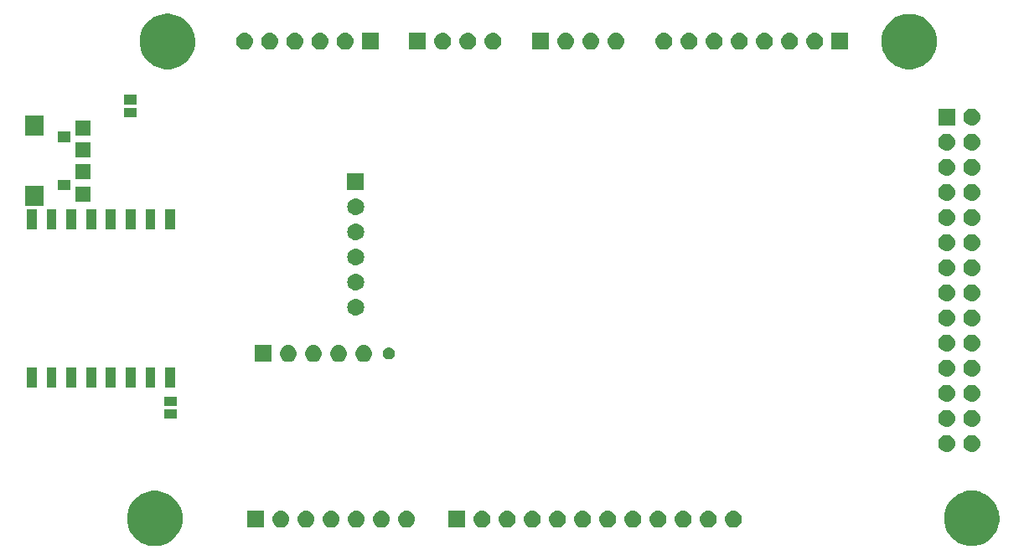
<source format=gbs>
G04 #@! TF.GenerationSoftware,KiCad,Pcbnew,5.0.2-bee76a0~70~ubuntu16.04.1*
G04 #@! TF.CreationDate,2019-04-16T07:24:40+05:30*
G04 #@! TF.ProjectId,PSLab,50534c61-622e-46b6-9963-61645f706362,v6.1*
G04 #@! TF.SameCoordinates,Original*
G04 #@! TF.FileFunction,Soldermask,Bot*
G04 #@! TF.FilePolarity,Negative*
%FSLAX46Y46*%
G04 Gerber Fmt 4.6, Leading zero omitted, Abs format (unit mm)*
G04 Created by KiCad (PCBNEW 5.0.2-bee76a0~70~ubuntu16.04.1) date Tue 16 Apr 2019 07:24:40 +0530*
%MOMM*%
%LPD*%
G01*
G04 APERTURE LIST*
%ADD10C,0.100000*%
G04 APERTURE END LIST*
D10*
G36*
X105426253Y-108273801D02*
X105696730Y-108327602D01*
X105907799Y-108415030D01*
X106206296Y-108538671D01*
X106664899Y-108845100D01*
X107054900Y-109235101D01*
X107361329Y-109693704D01*
X107484970Y-109992201D01*
X107572398Y-110203270D01*
X107680000Y-110744224D01*
X107680000Y-111295776D01*
X107579671Y-111800168D01*
X107572398Y-111836729D01*
X107361329Y-112346296D01*
X107054900Y-112804899D01*
X106664899Y-113194900D01*
X106206296Y-113501329D01*
X105907799Y-113624970D01*
X105696730Y-113712398D01*
X105426253Y-113766199D01*
X105155777Y-113820000D01*
X104604223Y-113820000D01*
X104333747Y-113766199D01*
X104063270Y-113712398D01*
X103852201Y-113624970D01*
X103553704Y-113501329D01*
X103095101Y-113194900D01*
X102705100Y-112804899D01*
X102398671Y-112346296D01*
X102187602Y-111836729D01*
X102180330Y-111800168D01*
X102080000Y-111295776D01*
X102080000Y-110744224D01*
X102187602Y-110203270D01*
X102275030Y-109992201D01*
X102398671Y-109693704D01*
X102705100Y-109235101D01*
X103095101Y-108845100D01*
X103553704Y-108538671D01*
X103852201Y-108415030D01*
X104063270Y-108327602D01*
X104333747Y-108273801D01*
X104604223Y-108220000D01*
X105155777Y-108220000D01*
X105426253Y-108273801D01*
X105426253Y-108273801D01*
G37*
G36*
X187746050Y-108220000D02*
X188236730Y-108317602D01*
X188447799Y-108405030D01*
X188746296Y-108528671D01*
X189204899Y-108835100D01*
X189594900Y-109225101D01*
X189901329Y-109683704D01*
X189905471Y-109693704D01*
X190112398Y-110193270D01*
X190124140Y-110252300D01*
X190196381Y-110615480D01*
X190220000Y-110734224D01*
X190220000Y-111285776D01*
X190112398Y-111826730D01*
X190090707Y-111879097D01*
X189901329Y-112336296D01*
X189594900Y-112794899D01*
X189204899Y-113184900D01*
X188746296Y-113491329D01*
X188447799Y-113614970D01*
X188236730Y-113702398D01*
X188186456Y-113712398D01*
X187695777Y-113810000D01*
X187144223Y-113810000D01*
X186653544Y-113712398D01*
X186603270Y-113702398D01*
X186392201Y-113614970D01*
X186093704Y-113491329D01*
X185635101Y-113184900D01*
X185245100Y-112794899D01*
X184938671Y-112336296D01*
X184749293Y-111879097D01*
X184727602Y-111826730D01*
X184620000Y-111285776D01*
X184620000Y-110734224D01*
X184643620Y-110615480D01*
X184715860Y-110252300D01*
X184727602Y-110193270D01*
X184934529Y-109693704D01*
X184938671Y-109683704D01*
X185245100Y-109225101D01*
X185635101Y-108835100D01*
X186093704Y-108528671D01*
X186392201Y-108405030D01*
X186603270Y-108317602D01*
X187093950Y-108220000D01*
X187144223Y-108210000D01*
X187695777Y-108210000D01*
X187746050Y-108220000D01*
X187746050Y-108220000D01*
G37*
G36*
X163506630Y-110252299D02*
X163666855Y-110300903D01*
X163814520Y-110379831D01*
X163943949Y-110486051D01*
X164050169Y-110615480D01*
X164129097Y-110763145D01*
X164177701Y-110923370D01*
X164194112Y-111090000D01*
X164177701Y-111256630D01*
X164129097Y-111416855D01*
X164050169Y-111564520D01*
X163943949Y-111693949D01*
X163814520Y-111800169D01*
X163666855Y-111879097D01*
X163506630Y-111927701D01*
X163381752Y-111940000D01*
X163298248Y-111940000D01*
X163173370Y-111927701D01*
X163013145Y-111879097D01*
X162865480Y-111800169D01*
X162736051Y-111693949D01*
X162629831Y-111564520D01*
X162550903Y-111416855D01*
X162502299Y-111256630D01*
X162485888Y-111090000D01*
X162502299Y-110923370D01*
X162550903Y-110763145D01*
X162629831Y-110615480D01*
X162736051Y-110486051D01*
X162865480Y-110379831D01*
X163013145Y-110300903D01*
X163173370Y-110252299D01*
X163298248Y-110240000D01*
X163381752Y-110240000D01*
X163506630Y-110252299D01*
X163506630Y-110252299D01*
G37*
G36*
X160966630Y-110252299D02*
X161126855Y-110300903D01*
X161274520Y-110379831D01*
X161403949Y-110486051D01*
X161510169Y-110615480D01*
X161589097Y-110763145D01*
X161637701Y-110923370D01*
X161654112Y-111090000D01*
X161637701Y-111256630D01*
X161589097Y-111416855D01*
X161510169Y-111564520D01*
X161403949Y-111693949D01*
X161274520Y-111800169D01*
X161126855Y-111879097D01*
X160966630Y-111927701D01*
X160841752Y-111940000D01*
X160758248Y-111940000D01*
X160633370Y-111927701D01*
X160473145Y-111879097D01*
X160325480Y-111800169D01*
X160196051Y-111693949D01*
X160089831Y-111564520D01*
X160010903Y-111416855D01*
X159962299Y-111256630D01*
X159945888Y-111090000D01*
X159962299Y-110923370D01*
X160010903Y-110763145D01*
X160089831Y-110615480D01*
X160196051Y-110486051D01*
X160325480Y-110379831D01*
X160473145Y-110300903D01*
X160633370Y-110252299D01*
X160758248Y-110240000D01*
X160841752Y-110240000D01*
X160966630Y-110252299D01*
X160966630Y-110252299D01*
G37*
G36*
X136250000Y-111940000D02*
X134550000Y-111940000D01*
X134550000Y-110240000D01*
X136250000Y-110240000D01*
X136250000Y-111940000D01*
X136250000Y-111940000D01*
G37*
G36*
X138106630Y-110252299D02*
X138266855Y-110300903D01*
X138414520Y-110379831D01*
X138543949Y-110486051D01*
X138650169Y-110615480D01*
X138729097Y-110763145D01*
X138777701Y-110923370D01*
X138794112Y-111090000D01*
X138777701Y-111256630D01*
X138729097Y-111416855D01*
X138650169Y-111564520D01*
X138543949Y-111693949D01*
X138414520Y-111800169D01*
X138266855Y-111879097D01*
X138106630Y-111927701D01*
X137981752Y-111940000D01*
X137898248Y-111940000D01*
X137773370Y-111927701D01*
X137613145Y-111879097D01*
X137465480Y-111800169D01*
X137336051Y-111693949D01*
X137229831Y-111564520D01*
X137150903Y-111416855D01*
X137102299Y-111256630D01*
X137085888Y-111090000D01*
X137102299Y-110923370D01*
X137150903Y-110763145D01*
X137229831Y-110615480D01*
X137336051Y-110486051D01*
X137465480Y-110379831D01*
X137613145Y-110300903D01*
X137773370Y-110252299D01*
X137898248Y-110240000D01*
X137981752Y-110240000D01*
X138106630Y-110252299D01*
X138106630Y-110252299D01*
G37*
G36*
X140646630Y-110252299D02*
X140806855Y-110300903D01*
X140954520Y-110379831D01*
X141083949Y-110486051D01*
X141190169Y-110615480D01*
X141269097Y-110763145D01*
X141317701Y-110923370D01*
X141334112Y-111090000D01*
X141317701Y-111256630D01*
X141269097Y-111416855D01*
X141190169Y-111564520D01*
X141083949Y-111693949D01*
X140954520Y-111800169D01*
X140806855Y-111879097D01*
X140646630Y-111927701D01*
X140521752Y-111940000D01*
X140438248Y-111940000D01*
X140313370Y-111927701D01*
X140153145Y-111879097D01*
X140005480Y-111800169D01*
X139876051Y-111693949D01*
X139769831Y-111564520D01*
X139690903Y-111416855D01*
X139642299Y-111256630D01*
X139625888Y-111090000D01*
X139642299Y-110923370D01*
X139690903Y-110763145D01*
X139769831Y-110615480D01*
X139876051Y-110486051D01*
X140005480Y-110379831D01*
X140153145Y-110300903D01*
X140313370Y-110252299D01*
X140438248Y-110240000D01*
X140521752Y-110240000D01*
X140646630Y-110252299D01*
X140646630Y-110252299D01*
G37*
G36*
X143186630Y-110252299D02*
X143346855Y-110300903D01*
X143494520Y-110379831D01*
X143623949Y-110486051D01*
X143730169Y-110615480D01*
X143809097Y-110763145D01*
X143857701Y-110923370D01*
X143874112Y-111090000D01*
X143857701Y-111256630D01*
X143809097Y-111416855D01*
X143730169Y-111564520D01*
X143623949Y-111693949D01*
X143494520Y-111800169D01*
X143346855Y-111879097D01*
X143186630Y-111927701D01*
X143061752Y-111940000D01*
X142978248Y-111940000D01*
X142853370Y-111927701D01*
X142693145Y-111879097D01*
X142545480Y-111800169D01*
X142416051Y-111693949D01*
X142309831Y-111564520D01*
X142230903Y-111416855D01*
X142182299Y-111256630D01*
X142165888Y-111090000D01*
X142182299Y-110923370D01*
X142230903Y-110763145D01*
X142309831Y-110615480D01*
X142416051Y-110486051D01*
X142545480Y-110379831D01*
X142693145Y-110300903D01*
X142853370Y-110252299D01*
X142978248Y-110240000D01*
X143061752Y-110240000D01*
X143186630Y-110252299D01*
X143186630Y-110252299D01*
G37*
G36*
X145726630Y-110252299D02*
X145886855Y-110300903D01*
X146034520Y-110379831D01*
X146163949Y-110486051D01*
X146270169Y-110615480D01*
X146349097Y-110763145D01*
X146397701Y-110923370D01*
X146414112Y-111090000D01*
X146397701Y-111256630D01*
X146349097Y-111416855D01*
X146270169Y-111564520D01*
X146163949Y-111693949D01*
X146034520Y-111800169D01*
X145886855Y-111879097D01*
X145726630Y-111927701D01*
X145601752Y-111940000D01*
X145518248Y-111940000D01*
X145393370Y-111927701D01*
X145233145Y-111879097D01*
X145085480Y-111800169D01*
X144956051Y-111693949D01*
X144849831Y-111564520D01*
X144770903Y-111416855D01*
X144722299Y-111256630D01*
X144705888Y-111090000D01*
X144722299Y-110923370D01*
X144770903Y-110763145D01*
X144849831Y-110615480D01*
X144956051Y-110486051D01*
X145085480Y-110379831D01*
X145233145Y-110300903D01*
X145393370Y-110252299D01*
X145518248Y-110240000D01*
X145601752Y-110240000D01*
X145726630Y-110252299D01*
X145726630Y-110252299D01*
G37*
G36*
X148266630Y-110252299D02*
X148426855Y-110300903D01*
X148574520Y-110379831D01*
X148703949Y-110486051D01*
X148810169Y-110615480D01*
X148889097Y-110763145D01*
X148937701Y-110923370D01*
X148954112Y-111090000D01*
X148937701Y-111256630D01*
X148889097Y-111416855D01*
X148810169Y-111564520D01*
X148703949Y-111693949D01*
X148574520Y-111800169D01*
X148426855Y-111879097D01*
X148266630Y-111927701D01*
X148141752Y-111940000D01*
X148058248Y-111940000D01*
X147933370Y-111927701D01*
X147773145Y-111879097D01*
X147625480Y-111800169D01*
X147496051Y-111693949D01*
X147389831Y-111564520D01*
X147310903Y-111416855D01*
X147262299Y-111256630D01*
X147245888Y-111090000D01*
X147262299Y-110923370D01*
X147310903Y-110763145D01*
X147389831Y-110615480D01*
X147496051Y-110486051D01*
X147625480Y-110379831D01*
X147773145Y-110300903D01*
X147933370Y-110252299D01*
X148058248Y-110240000D01*
X148141752Y-110240000D01*
X148266630Y-110252299D01*
X148266630Y-110252299D01*
G37*
G36*
X150806630Y-110252299D02*
X150966855Y-110300903D01*
X151114520Y-110379831D01*
X151243949Y-110486051D01*
X151350169Y-110615480D01*
X151429097Y-110763145D01*
X151477701Y-110923370D01*
X151494112Y-111090000D01*
X151477701Y-111256630D01*
X151429097Y-111416855D01*
X151350169Y-111564520D01*
X151243949Y-111693949D01*
X151114520Y-111800169D01*
X150966855Y-111879097D01*
X150806630Y-111927701D01*
X150681752Y-111940000D01*
X150598248Y-111940000D01*
X150473370Y-111927701D01*
X150313145Y-111879097D01*
X150165480Y-111800169D01*
X150036051Y-111693949D01*
X149929831Y-111564520D01*
X149850903Y-111416855D01*
X149802299Y-111256630D01*
X149785888Y-111090000D01*
X149802299Y-110923370D01*
X149850903Y-110763145D01*
X149929831Y-110615480D01*
X150036051Y-110486051D01*
X150165480Y-110379831D01*
X150313145Y-110300903D01*
X150473370Y-110252299D01*
X150598248Y-110240000D01*
X150681752Y-110240000D01*
X150806630Y-110252299D01*
X150806630Y-110252299D01*
G37*
G36*
X153346630Y-110252299D02*
X153506855Y-110300903D01*
X153654520Y-110379831D01*
X153783949Y-110486051D01*
X153890169Y-110615480D01*
X153969097Y-110763145D01*
X154017701Y-110923370D01*
X154034112Y-111090000D01*
X154017701Y-111256630D01*
X153969097Y-111416855D01*
X153890169Y-111564520D01*
X153783949Y-111693949D01*
X153654520Y-111800169D01*
X153506855Y-111879097D01*
X153346630Y-111927701D01*
X153221752Y-111940000D01*
X153138248Y-111940000D01*
X153013370Y-111927701D01*
X152853145Y-111879097D01*
X152705480Y-111800169D01*
X152576051Y-111693949D01*
X152469831Y-111564520D01*
X152390903Y-111416855D01*
X152342299Y-111256630D01*
X152325888Y-111090000D01*
X152342299Y-110923370D01*
X152390903Y-110763145D01*
X152469831Y-110615480D01*
X152576051Y-110486051D01*
X152705480Y-110379831D01*
X152853145Y-110300903D01*
X153013370Y-110252299D01*
X153138248Y-110240000D01*
X153221752Y-110240000D01*
X153346630Y-110252299D01*
X153346630Y-110252299D01*
G37*
G36*
X155886630Y-110252299D02*
X156046855Y-110300903D01*
X156194520Y-110379831D01*
X156323949Y-110486051D01*
X156430169Y-110615480D01*
X156509097Y-110763145D01*
X156557701Y-110923370D01*
X156574112Y-111090000D01*
X156557701Y-111256630D01*
X156509097Y-111416855D01*
X156430169Y-111564520D01*
X156323949Y-111693949D01*
X156194520Y-111800169D01*
X156046855Y-111879097D01*
X155886630Y-111927701D01*
X155761752Y-111940000D01*
X155678248Y-111940000D01*
X155553370Y-111927701D01*
X155393145Y-111879097D01*
X155245480Y-111800169D01*
X155116051Y-111693949D01*
X155009831Y-111564520D01*
X154930903Y-111416855D01*
X154882299Y-111256630D01*
X154865888Y-111090000D01*
X154882299Y-110923370D01*
X154930903Y-110763145D01*
X155009831Y-110615480D01*
X155116051Y-110486051D01*
X155245480Y-110379831D01*
X155393145Y-110300903D01*
X155553370Y-110252299D01*
X155678248Y-110240000D01*
X155761752Y-110240000D01*
X155886630Y-110252299D01*
X155886630Y-110252299D01*
G37*
G36*
X115920000Y-111940000D02*
X114220000Y-111940000D01*
X114220000Y-110240000D01*
X115920000Y-110240000D01*
X115920000Y-111940000D01*
X115920000Y-111940000D01*
G37*
G36*
X117776630Y-110252299D02*
X117936855Y-110300903D01*
X118084520Y-110379831D01*
X118213949Y-110486051D01*
X118320169Y-110615480D01*
X118399097Y-110763145D01*
X118447701Y-110923370D01*
X118464112Y-111090000D01*
X118447701Y-111256630D01*
X118399097Y-111416855D01*
X118320169Y-111564520D01*
X118213949Y-111693949D01*
X118084520Y-111800169D01*
X117936855Y-111879097D01*
X117776630Y-111927701D01*
X117651752Y-111940000D01*
X117568248Y-111940000D01*
X117443370Y-111927701D01*
X117283145Y-111879097D01*
X117135480Y-111800169D01*
X117006051Y-111693949D01*
X116899831Y-111564520D01*
X116820903Y-111416855D01*
X116772299Y-111256630D01*
X116755888Y-111090000D01*
X116772299Y-110923370D01*
X116820903Y-110763145D01*
X116899831Y-110615480D01*
X117006051Y-110486051D01*
X117135480Y-110379831D01*
X117283145Y-110300903D01*
X117443370Y-110252299D01*
X117568248Y-110240000D01*
X117651752Y-110240000D01*
X117776630Y-110252299D01*
X117776630Y-110252299D01*
G37*
G36*
X120316630Y-110252299D02*
X120476855Y-110300903D01*
X120624520Y-110379831D01*
X120753949Y-110486051D01*
X120860169Y-110615480D01*
X120939097Y-110763145D01*
X120987701Y-110923370D01*
X121004112Y-111090000D01*
X120987701Y-111256630D01*
X120939097Y-111416855D01*
X120860169Y-111564520D01*
X120753949Y-111693949D01*
X120624520Y-111800169D01*
X120476855Y-111879097D01*
X120316630Y-111927701D01*
X120191752Y-111940000D01*
X120108248Y-111940000D01*
X119983370Y-111927701D01*
X119823145Y-111879097D01*
X119675480Y-111800169D01*
X119546051Y-111693949D01*
X119439831Y-111564520D01*
X119360903Y-111416855D01*
X119312299Y-111256630D01*
X119295888Y-111090000D01*
X119312299Y-110923370D01*
X119360903Y-110763145D01*
X119439831Y-110615480D01*
X119546051Y-110486051D01*
X119675480Y-110379831D01*
X119823145Y-110300903D01*
X119983370Y-110252299D01*
X120108248Y-110240000D01*
X120191752Y-110240000D01*
X120316630Y-110252299D01*
X120316630Y-110252299D01*
G37*
G36*
X122856630Y-110252299D02*
X123016855Y-110300903D01*
X123164520Y-110379831D01*
X123293949Y-110486051D01*
X123400169Y-110615480D01*
X123479097Y-110763145D01*
X123527701Y-110923370D01*
X123544112Y-111090000D01*
X123527701Y-111256630D01*
X123479097Y-111416855D01*
X123400169Y-111564520D01*
X123293949Y-111693949D01*
X123164520Y-111800169D01*
X123016855Y-111879097D01*
X122856630Y-111927701D01*
X122731752Y-111940000D01*
X122648248Y-111940000D01*
X122523370Y-111927701D01*
X122363145Y-111879097D01*
X122215480Y-111800169D01*
X122086051Y-111693949D01*
X121979831Y-111564520D01*
X121900903Y-111416855D01*
X121852299Y-111256630D01*
X121835888Y-111090000D01*
X121852299Y-110923370D01*
X121900903Y-110763145D01*
X121979831Y-110615480D01*
X122086051Y-110486051D01*
X122215480Y-110379831D01*
X122363145Y-110300903D01*
X122523370Y-110252299D01*
X122648248Y-110240000D01*
X122731752Y-110240000D01*
X122856630Y-110252299D01*
X122856630Y-110252299D01*
G37*
G36*
X125396630Y-110252299D02*
X125556855Y-110300903D01*
X125704520Y-110379831D01*
X125833949Y-110486051D01*
X125940169Y-110615480D01*
X126019097Y-110763145D01*
X126067701Y-110923370D01*
X126084112Y-111090000D01*
X126067701Y-111256630D01*
X126019097Y-111416855D01*
X125940169Y-111564520D01*
X125833949Y-111693949D01*
X125704520Y-111800169D01*
X125556855Y-111879097D01*
X125396630Y-111927701D01*
X125271752Y-111940000D01*
X125188248Y-111940000D01*
X125063370Y-111927701D01*
X124903145Y-111879097D01*
X124755480Y-111800169D01*
X124626051Y-111693949D01*
X124519831Y-111564520D01*
X124440903Y-111416855D01*
X124392299Y-111256630D01*
X124375888Y-111090000D01*
X124392299Y-110923370D01*
X124440903Y-110763145D01*
X124519831Y-110615480D01*
X124626051Y-110486051D01*
X124755480Y-110379831D01*
X124903145Y-110300903D01*
X125063370Y-110252299D01*
X125188248Y-110240000D01*
X125271752Y-110240000D01*
X125396630Y-110252299D01*
X125396630Y-110252299D01*
G37*
G36*
X127936630Y-110252299D02*
X128096855Y-110300903D01*
X128244520Y-110379831D01*
X128373949Y-110486051D01*
X128480169Y-110615480D01*
X128559097Y-110763145D01*
X128607701Y-110923370D01*
X128624112Y-111090000D01*
X128607701Y-111256630D01*
X128559097Y-111416855D01*
X128480169Y-111564520D01*
X128373949Y-111693949D01*
X128244520Y-111800169D01*
X128096855Y-111879097D01*
X127936630Y-111927701D01*
X127811752Y-111940000D01*
X127728248Y-111940000D01*
X127603370Y-111927701D01*
X127443145Y-111879097D01*
X127295480Y-111800169D01*
X127166051Y-111693949D01*
X127059831Y-111564520D01*
X126980903Y-111416855D01*
X126932299Y-111256630D01*
X126915888Y-111090000D01*
X126932299Y-110923370D01*
X126980903Y-110763145D01*
X127059831Y-110615480D01*
X127166051Y-110486051D01*
X127295480Y-110379831D01*
X127443145Y-110300903D01*
X127603370Y-110252299D01*
X127728248Y-110240000D01*
X127811752Y-110240000D01*
X127936630Y-110252299D01*
X127936630Y-110252299D01*
G37*
G36*
X130476630Y-110252299D02*
X130636855Y-110300903D01*
X130784520Y-110379831D01*
X130913949Y-110486051D01*
X131020169Y-110615480D01*
X131099097Y-110763145D01*
X131147701Y-110923370D01*
X131164112Y-111090000D01*
X131147701Y-111256630D01*
X131099097Y-111416855D01*
X131020169Y-111564520D01*
X130913949Y-111693949D01*
X130784520Y-111800169D01*
X130636855Y-111879097D01*
X130476630Y-111927701D01*
X130351752Y-111940000D01*
X130268248Y-111940000D01*
X130143370Y-111927701D01*
X129983145Y-111879097D01*
X129835480Y-111800169D01*
X129706051Y-111693949D01*
X129599831Y-111564520D01*
X129520903Y-111416855D01*
X129472299Y-111256630D01*
X129455888Y-111090000D01*
X129472299Y-110923370D01*
X129520903Y-110763145D01*
X129599831Y-110615480D01*
X129706051Y-110486051D01*
X129835480Y-110379831D01*
X129983145Y-110300903D01*
X130143370Y-110252299D01*
X130268248Y-110240000D01*
X130351752Y-110240000D01*
X130476630Y-110252299D01*
X130476630Y-110252299D01*
G37*
G36*
X158426630Y-110252299D02*
X158586855Y-110300903D01*
X158734520Y-110379831D01*
X158863949Y-110486051D01*
X158970169Y-110615480D01*
X159049097Y-110763145D01*
X159097701Y-110923370D01*
X159114112Y-111090000D01*
X159097701Y-111256630D01*
X159049097Y-111416855D01*
X158970169Y-111564520D01*
X158863949Y-111693949D01*
X158734520Y-111800169D01*
X158586855Y-111879097D01*
X158426630Y-111927701D01*
X158301752Y-111940000D01*
X158218248Y-111940000D01*
X158093370Y-111927701D01*
X157933145Y-111879097D01*
X157785480Y-111800169D01*
X157656051Y-111693949D01*
X157549831Y-111564520D01*
X157470903Y-111416855D01*
X157422299Y-111256630D01*
X157405888Y-111090000D01*
X157422299Y-110923370D01*
X157470903Y-110763145D01*
X157549831Y-110615480D01*
X157656051Y-110486051D01*
X157785480Y-110379831D01*
X157933145Y-110300903D01*
X158093370Y-110252299D01*
X158218248Y-110240000D01*
X158301752Y-110240000D01*
X158426630Y-110252299D01*
X158426630Y-110252299D01*
G37*
G36*
X185056630Y-102592299D02*
X185216855Y-102640903D01*
X185364520Y-102719831D01*
X185493949Y-102826051D01*
X185600169Y-102955480D01*
X185679097Y-103103145D01*
X185727701Y-103263370D01*
X185744112Y-103430000D01*
X185727701Y-103596630D01*
X185679097Y-103756855D01*
X185600169Y-103904520D01*
X185493949Y-104033949D01*
X185364520Y-104140169D01*
X185216855Y-104219097D01*
X185056630Y-104267701D01*
X184931752Y-104280000D01*
X184848248Y-104280000D01*
X184723370Y-104267701D01*
X184563145Y-104219097D01*
X184415480Y-104140169D01*
X184286051Y-104033949D01*
X184179831Y-103904520D01*
X184100903Y-103756855D01*
X184052299Y-103596630D01*
X184035888Y-103430000D01*
X184052299Y-103263370D01*
X184100903Y-103103145D01*
X184179831Y-102955480D01*
X184286051Y-102826051D01*
X184415480Y-102719831D01*
X184563145Y-102640903D01*
X184723370Y-102592299D01*
X184848248Y-102580000D01*
X184931752Y-102580000D01*
X185056630Y-102592299D01*
X185056630Y-102592299D01*
G37*
G36*
X187596630Y-102592299D02*
X187756855Y-102640903D01*
X187904520Y-102719831D01*
X188033949Y-102826051D01*
X188140169Y-102955480D01*
X188219097Y-103103145D01*
X188267701Y-103263370D01*
X188284112Y-103430000D01*
X188267701Y-103596630D01*
X188219097Y-103756855D01*
X188140169Y-103904520D01*
X188033949Y-104033949D01*
X187904520Y-104140169D01*
X187756855Y-104219097D01*
X187596630Y-104267701D01*
X187471752Y-104280000D01*
X187388248Y-104280000D01*
X187263370Y-104267701D01*
X187103145Y-104219097D01*
X186955480Y-104140169D01*
X186826051Y-104033949D01*
X186719831Y-103904520D01*
X186640903Y-103756855D01*
X186592299Y-103596630D01*
X186575888Y-103430000D01*
X186592299Y-103263370D01*
X186640903Y-103103145D01*
X186719831Y-102955480D01*
X186826051Y-102826051D01*
X186955480Y-102719831D01*
X187103145Y-102640903D01*
X187263370Y-102592299D01*
X187388248Y-102580000D01*
X187471752Y-102580000D01*
X187596630Y-102592299D01*
X187596630Y-102592299D01*
G37*
G36*
X185056630Y-100052299D02*
X185216855Y-100100903D01*
X185364520Y-100179831D01*
X185493949Y-100286051D01*
X185600169Y-100415480D01*
X185679097Y-100563145D01*
X185727701Y-100723370D01*
X185744112Y-100890000D01*
X185727701Y-101056630D01*
X185679097Y-101216855D01*
X185600169Y-101364520D01*
X185493949Y-101493949D01*
X185364520Y-101600169D01*
X185216855Y-101679097D01*
X185056630Y-101727701D01*
X184931752Y-101740000D01*
X184848248Y-101740000D01*
X184723370Y-101727701D01*
X184563145Y-101679097D01*
X184415480Y-101600169D01*
X184286051Y-101493949D01*
X184179831Y-101364520D01*
X184100903Y-101216855D01*
X184052299Y-101056630D01*
X184035888Y-100890000D01*
X184052299Y-100723370D01*
X184100903Y-100563145D01*
X184179831Y-100415480D01*
X184286051Y-100286051D01*
X184415480Y-100179831D01*
X184563145Y-100100903D01*
X184723370Y-100052299D01*
X184848248Y-100040000D01*
X184931752Y-100040000D01*
X185056630Y-100052299D01*
X185056630Y-100052299D01*
G37*
G36*
X187596630Y-100052299D02*
X187756855Y-100100903D01*
X187904520Y-100179831D01*
X188033949Y-100286051D01*
X188140169Y-100415480D01*
X188219097Y-100563145D01*
X188267701Y-100723370D01*
X188284112Y-100890000D01*
X188267701Y-101056630D01*
X188219097Y-101216855D01*
X188140169Y-101364520D01*
X188033949Y-101493949D01*
X187904520Y-101600169D01*
X187756855Y-101679097D01*
X187596630Y-101727701D01*
X187471752Y-101740000D01*
X187388248Y-101740000D01*
X187263370Y-101727701D01*
X187103145Y-101679097D01*
X186955480Y-101600169D01*
X186826051Y-101493949D01*
X186719831Y-101364520D01*
X186640903Y-101216855D01*
X186592299Y-101056630D01*
X186575888Y-100890000D01*
X186592299Y-100723370D01*
X186640903Y-100563145D01*
X186719831Y-100415480D01*
X186826051Y-100286051D01*
X186955480Y-100179831D01*
X187103145Y-100100903D01*
X187263370Y-100052299D01*
X187388248Y-100040000D01*
X187471752Y-100040000D01*
X187596630Y-100052299D01*
X187596630Y-100052299D01*
G37*
G36*
X107085000Y-100925000D02*
X105815000Y-100925000D01*
X105815000Y-99955000D01*
X107085000Y-99955000D01*
X107085000Y-100925000D01*
X107085000Y-100925000D01*
G37*
G36*
X107085000Y-99645000D02*
X105815000Y-99645000D01*
X105815000Y-98675000D01*
X107085000Y-98675000D01*
X107085000Y-99645000D01*
X107085000Y-99645000D01*
G37*
G36*
X187596630Y-97512299D02*
X187756855Y-97560903D01*
X187904520Y-97639831D01*
X188033949Y-97746051D01*
X188140169Y-97875480D01*
X188219097Y-98023145D01*
X188267701Y-98183370D01*
X188284112Y-98350000D01*
X188267701Y-98516630D01*
X188219097Y-98676855D01*
X188140169Y-98824520D01*
X188033949Y-98953949D01*
X187904520Y-99060169D01*
X187756855Y-99139097D01*
X187596630Y-99187701D01*
X187471752Y-99200000D01*
X187388248Y-99200000D01*
X187263370Y-99187701D01*
X187103145Y-99139097D01*
X186955480Y-99060169D01*
X186826051Y-98953949D01*
X186719831Y-98824520D01*
X186640903Y-98676855D01*
X186592299Y-98516630D01*
X186575888Y-98350000D01*
X186592299Y-98183370D01*
X186640903Y-98023145D01*
X186719831Y-97875480D01*
X186826051Y-97746051D01*
X186955480Y-97639831D01*
X187103145Y-97560903D01*
X187263370Y-97512299D01*
X187388248Y-97500000D01*
X187471752Y-97500000D01*
X187596630Y-97512299D01*
X187596630Y-97512299D01*
G37*
G36*
X185056630Y-97512299D02*
X185216855Y-97560903D01*
X185364520Y-97639831D01*
X185493949Y-97746051D01*
X185600169Y-97875480D01*
X185679097Y-98023145D01*
X185727701Y-98183370D01*
X185744112Y-98350000D01*
X185727701Y-98516630D01*
X185679097Y-98676855D01*
X185600169Y-98824520D01*
X185493949Y-98953949D01*
X185364520Y-99060169D01*
X185216855Y-99139097D01*
X185056630Y-99187701D01*
X184931752Y-99200000D01*
X184848248Y-99200000D01*
X184723370Y-99187701D01*
X184563145Y-99139097D01*
X184415480Y-99060169D01*
X184286051Y-98953949D01*
X184179831Y-98824520D01*
X184100903Y-98676855D01*
X184052299Y-98516630D01*
X184035888Y-98350000D01*
X184052299Y-98183370D01*
X184100903Y-98023145D01*
X184179831Y-97875480D01*
X184286051Y-97746051D01*
X184415480Y-97639831D01*
X184563145Y-97560903D01*
X184723370Y-97512299D01*
X184848248Y-97500000D01*
X184931752Y-97500000D01*
X185056630Y-97512299D01*
X185056630Y-97512299D01*
G37*
G36*
X92940000Y-97770000D02*
X91940000Y-97770000D01*
X91940000Y-95770000D01*
X92940000Y-95770000D01*
X92940000Y-97770000D01*
X92940000Y-97770000D01*
G37*
G36*
X106940000Y-97770000D02*
X105940000Y-97770000D01*
X105940000Y-95770000D01*
X106940000Y-95770000D01*
X106940000Y-97770000D01*
X106940000Y-97770000D01*
G37*
G36*
X104940000Y-97770000D02*
X103940000Y-97770000D01*
X103940000Y-95770000D01*
X104940000Y-95770000D01*
X104940000Y-97770000D01*
X104940000Y-97770000D01*
G37*
G36*
X102940000Y-97770000D02*
X101940000Y-97770000D01*
X101940000Y-95770000D01*
X102940000Y-95770000D01*
X102940000Y-97770000D01*
X102940000Y-97770000D01*
G37*
G36*
X98940000Y-97770000D02*
X97940000Y-97770000D01*
X97940000Y-95770000D01*
X98940000Y-95770000D01*
X98940000Y-97770000D01*
X98940000Y-97770000D01*
G37*
G36*
X96940000Y-97770000D02*
X95940000Y-97770000D01*
X95940000Y-95770000D01*
X96940000Y-95770000D01*
X96940000Y-97770000D01*
X96940000Y-97770000D01*
G37*
G36*
X94940000Y-97770000D02*
X93940000Y-97770000D01*
X93940000Y-95770000D01*
X94940000Y-95770000D01*
X94940000Y-97770000D01*
X94940000Y-97770000D01*
G37*
G36*
X100940000Y-97770000D02*
X99940000Y-97770000D01*
X99940000Y-95770000D01*
X100940000Y-95770000D01*
X100940000Y-97770000D01*
X100940000Y-97770000D01*
G37*
G36*
X187596630Y-94972299D02*
X187756855Y-95020903D01*
X187904520Y-95099831D01*
X188033949Y-95206051D01*
X188140169Y-95335480D01*
X188219097Y-95483145D01*
X188267701Y-95643370D01*
X188284112Y-95810000D01*
X188267701Y-95976630D01*
X188219097Y-96136855D01*
X188140169Y-96284520D01*
X188033949Y-96413949D01*
X187904520Y-96520169D01*
X187756855Y-96599097D01*
X187596630Y-96647701D01*
X187471752Y-96660000D01*
X187388248Y-96660000D01*
X187263370Y-96647701D01*
X187103145Y-96599097D01*
X186955480Y-96520169D01*
X186826051Y-96413949D01*
X186719831Y-96284520D01*
X186640903Y-96136855D01*
X186592299Y-95976630D01*
X186575888Y-95810000D01*
X186592299Y-95643370D01*
X186640903Y-95483145D01*
X186719831Y-95335480D01*
X186826051Y-95206051D01*
X186955480Y-95099831D01*
X187103145Y-95020903D01*
X187263370Y-94972299D01*
X187388248Y-94960000D01*
X187471752Y-94960000D01*
X187596630Y-94972299D01*
X187596630Y-94972299D01*
G37*
G36*
X185056630Y-94972299D02*
X185216855Y-95020903D01*
X185364520Y-95099831D01*
X185493949Y-95206051D01*
X185600169Y-95335480D01*
X185679097Y-95483145D01*
X185727701Y-95643370D01*
X185744112Y-95810000D01*
X185727701Y-95976630D01*
X185679097Y-96136855D01*
X185600169Y-96284520D01*
X185493949Y-96413949D01*
X185364520Y-96520169D01*
X185216855Y-96599097D01*
X185056630Y-96647701D01*
X184931752Y-96660000D01*
X184848248Y-96660000D01*
X184723370Y-96647701D01*
X184563145Y-96599097D01*
X184415480Y-96520169D01*
X184286051Y-96413949D01*
X184179831Y-96284520D01*
X184100903Y-96136855D01*
X184052299Y-95976630D01*
X184035888Y-95810000D01*
X184052299Y-95643370D01*
X184100903Y-95483145D01*
X184179831Y-95335480D01*
X184286051Y-95206051D01*
X184415480Y-95099831D01*
X184563145Y-95020903D01*
X184723370Y-94972299D01*
X184848248Y-94960000D01*
X184931752Y-94960000D01*
X185056630Y-94972299D01*
X185056630Y-94972299D01*
G37*
G36*
X126146630Y-93502299D02*
X126306855Y-93550903D01*
X126454520Y-93629831D01*
X126583949Y-93736051D01*
X126690169Y-93865480D01*
X126769097Y-94013145D01*
X126817701Y-94173370D01*
X126834112Y-94340000D01*
X126817701Y-94506630D01*
X126769097Y-94666855D01*
X126690169Y-94814520D01*
X126583949Y-94943949D01*
X126454520Y-95050169D01*
X126306855Y-95129097D01*
X126146630Y-95177701D01*
X126021752Y-95190000D01*
X125938248Y-95190000D01*
X125813370Y-95177701D01*
X125653145Y-95129097D01*
X125505480Y-95050169D01*
X125376051Y-94943949D01*
X125269831Y-94814520D01*
X125190903Y-94666855D01*
X125142299Y-94506630D01*
X125125888Y-94340000D01*
X125142299Y-94173370D01*
X125190903Y-94013145D01*
X125269831Y-93865480D01*
X125376051Y-93736051D01*
X125505480Y-93629831D01*
X125653145Y-93550903D01*
X125813370Y-93502299D01*
X125938248Y-93490000D01*
X126021752Y-93490000D01*
X126146630Y-93502299D01*
X126146630Y-93502299D01*
G37*
G36*
X116670000Y-95190000D02*
X114970000Y-95190000D01*
X114970000Y-93490000D01*
X116670000Y-93490000D01*
X116670000Y-95190000D01*
X116670000Y-95190000D01*
G37*
G36*
X123606630Y-93502299D02*
X123766855Y-93550903D01*
X123914520Y-93629831D01*
X124043949Y-93736051D01*
X124150169Y-93865480D01*
X124229097Y-94013145D01*
X124277701Y-94173370D01*
X124294112Y-94340000D01*
X124277701Y-94506630D01*
X124229097Y-94666855D01*
X124150169Y-94814520D01*
X124043949Y-94943949D01*
X123914520Y-95050169D01*
X123766855Y-95129097D01*
X123606630Y-95177701D01*
X123481752Y-95190000D01*
X123398248Y-95190000D01*
X123273370Y-95177701D01*
X123113145Y-95129097D01*
X122965480Y-95050169D01*
X122836051Y-94943949D01*
X122729831Y-94814520D01*
X122650903Y-94666855D01*
X122602299Y-94506630D01*
X122585888Y-94340000D01*
X122602299Y-94173370D01*
X122650903Y-94013145D01*
X122729831Y-93865480D01*
X122836051Y-93736051D01*
X122965480Y-93629831D01*
X123113145Y-93550903D01*
X123273370Y-93502299D01*
X123398248Y-93490000D01*
X123481752Y-93490000D01*
X123606630Y-93502299D01*
X123606630Y-93502299D01*
G37*
G36*
X121066630Y-93502299D02*
X121226855Y-93550903D01*
X121374520Y-93629831D01*
X121503949Y-93736051D01*
X121610169Y-93865480D01*
X121689097Y-94013145D01*
X121737701Y-94173370D01*
X121754112Y-94340000D01*
X121737701Y-94506630D01*
X121689097Y-94666855D01*
X121610169Y-94814520D01*
X121503949Y-94943949D01*
X121374520Y-95050169D01*
X121226855Y-95129097D01*
X121066630Y-95177701D01*
X120941752Y-95190000D01*
X120858248Y-95190000D01*
X120733370Y-95177701D01*
X120573145Y-95129097D01*
X120425480Y-95050169D01*
X120296051Y-94943949D01*
X120189831Y-94814520D01*
X120110903Y-94666855D01*
X120062299Y-94506630D01*
X120045888Y-94340000D01*
X120062299Y-94173370D01*
X120110903Y-94013145D01*
X120189831Y-93865480D01*
X120296051Y-93736051D01*
X120425480Y-93629831D01*
X120573145Y-93550903D01*
X120733370Y-93502299D01*
X120858248Y-93490000D01*
X120941752Y-93490000D01*
X121066630Y-93502299D01*
X121066630Y-93502299D01*
G37*
G36*
X118526630Y-93502299D02*
X118686855Y-93550903D01*
X118834520Y-93629831D01*
X118963949Y-93736051D01*
X119070169Y-93865480D01*
X119149097Y-94013145D01*
X119197701Y-94173370D01*
X119214112Y-94340000D01*
X119197701Y-94506630D01*
X119149097Y-94666855D01*
X119070169Y-94814520D01*
X118963949Y-94943949D01*
X118834520Y-95050169D01*
X118686855Y-95129097D01*
X118526630Y-95177701D01*
X118401752Y-95190000D01*
X118318248Y-95190000D01*
X118193370Y-95177701D01*
X118033145Y-95129097D01*
X117885480Y-95050169D01*
X117756051Y-94943949D01*
X117649831Y-94814520D01*
X117570903Y-94666855D01*
X117522299Y-94506630D01*
X117505888Y-94340000D01*
X117522299Y-94173370D01*
X117570903Y-94013145D01*
X117649831Y-93865480D01*
X117756051Y-93736051D01*
X117885480Y-93629831D01*
X118033145Y-93550903D01*
X118193370Y-93502299D01*
X118318248Y-93490000D01*
X118401752Y-93490000D01*
X118526630Y-93502299D01*
X118526630Y-93502299D01*
G37*
G36*
X128637621Y-93748682D02*
X128750721Y-93782990D01*
X128854955Y-93838704D01*
X128946317Y-93913683D01*
X129021296Y-94005045D01*
X129077010Y-94109279D01*
X129111318Y-94222379D01*
X129122903Y-94340000D01*
X129111318Y-94457621D01*
X129077010Y-94570721D01*
X129021296Y-94674955D01*
X128946317Y-94766317D01*
X128854955Y-94841296D01*
X128750721Y-94897010D01*
X128637621Y-94931318D01*
X128549474Y-94940000D01*
X128490526Y-94940000D01*
X128402379Y-94931318D01*
X128289279Y-94897010D01*
X128185045Y-94841296D01*
X128093683Y-94766317D01*
X128018704Y-94674955D01*
X127962990Y-94570721D01*
X127928682Y-94457621D01*
X127917097Y-94340000D01*
X127928682Y-94222379D01*
X127962990Y-94109279D01*
X128018704Y-94005045D01*
X128093683Y-93913683D01*
X128185045Y-93838704D01*
X128289279Y-93782990D01*
X128402379Y-93748682D01*
X128490526Y-93740000D01*
X128549474Y-93740000D01*
X128637621Y-93748682D01*
X128637621Y-93748682D01*
G37*
G36*
X187596630Y-92432299D02*
X187756855Y-92480903D01*
X187904520Y-92559831D01*
X188033949Y-92666051D01*
X188140169Y-92795480D01*
X188219097Y-92943145D01*
X188267701Y-93103370D01*
X188284112Y-93270000D01*
X188267701Y-93436630D01*
X188219097Y-93596855D01*
X188140169Y-93744520D01*
X188033949Y-93873949D01*
X187904520Y-93980169D01*
X187756855Y-94059097D01*
X187596630Y-94107701D01*
X187471752Y-94120000D01*
X187388248Y-94120000D01*
X187263370Y-94107701D01*
X187103145Y-94059097D01*
X186955480Y-93980169D01*
X186826051Y-93873949D01*
X186719831Y-93744520D01*
X186640903Y-93596855D01*
X186592299Y-93436630D01*
X186575888Y-93270000D01*
X186592299Y-93103370D01*
X186640903Y-92943145D01*
X186719831Y-92795480D01*
X186826051Y-92666051D01*
X186955480Y-92559831D01*
X187103145Y-92480903D01*
X187263370Y-92432299D01*
X187388248Y-92420000D01*
X187471752Y-92420000D01*
X187596630Y-92432299D01*
X187596630Y-92432299D01*
G37*
G36*
X185056630Y-92432299D02*
X185216855Y-92480903D01*
X185364520Y-92559831D01*
X185493949Y-92666051D01*
X185600169Y-92795480D01*
X185679097Y-92943145D01*
X185727701Y-93103370D01*
X185744112Y-93270000D01*
X185727701Y-93436630D01*
X185679097Y-93596855D01*
X185600169Y-93744520D01*
X185493949Y-93873949D01*
X185364520Y-93980169D01*
X185216855Y-94059097D01*
X185056630Y-94107701D01*
X184931752Y-94120000D01*
X184848248Y-94120000D01*
X184723370Y-94107701D01*
X184563145Y-94059097D01*
X184415480Y-93980169D01*
X184286051Y-93873949D01*
X184179831Y-93744520D01*
X184100903Y-93596855D01*
X184052299Y-93436630D01*
X184035888Y-93270000D01*
X184052299Y-93103370D01*
X184100903Y-92943145D01*
X184179831Y-92795480D01*
X184286051Y-92666051D01*
X184415480Y-92559831D01*
X184563145Y-92480903D01*
X184723370Y-92432299D01*
X184848248Y-92420000D01*
X184931752Y-92420000D01*
X185056630Y-92432299D01*
X185056630Y-92432299D01*
G37*
G36*
X187596630Y-89892299D02*
X187756855Y-89940903D01*
X187904520Y-90019831D01*
X188033949Y-90126051D01*
X188140169Y-90255480D01*
X188219097Y-90403145D01*
X188267701Y-90563370D01*
X188284112Y-90730000D01*
X188267701Y-90896630D01*
X188219097Y-91056855D01*
X188140169Y-91204520D01*
X188033949Y-91333949D01*
X187904520Y-91440169D01*
X187756855Y-91519097D01*
X187596630Y-91567701D01*
X187471752Y-91580000D01*
X187388248Y-91580000D01*
X187263370Y-91567701D01*
X187103145Y-91519097D01*
X186955480Y-91440169D01*
X186826051Y-91333949D01*
X186719831Y-91204520D01*
X186640903Y-91056855D01*
X186592299Y-90896630D01*
X186575888Y-90730000D01*
X186592299Y-90563370D01*
X186640903Y-90403145D01*
X186719831Y-90255480D01*
X186826051Y-90126051D01*
X186955480Y-90019831D01*
X187103145Y-89940903D01*
X187263370Y-89892299D01*
X187388248Y-89880000D01*
X187471752Y-89880000D01*
X187596630Y-89892299D01*
X187596630Y-89892299D01*
G37*
G36*
X185056630Y-89892299D02*
X185216855Y-89940903D01*
X185364520Y-90019831D01*
X185493949Y-90126051D01*
X185600169Y-90255480D01*
X185679097Y-90403145D01*
X185727701Y-90563370D01*
X185744112Y-90730000D01*
X185727701Y-90896630D01*
X185679097Y-91056855D01*
X185600169Y-91204520D01*
X185493949Y-91333949D01*
X185364520Y-91440169D01*
X185216855Y-91519097D01*
X185056630Y-91567701D01*
X184931752Y-91580000D01*
X184848248Y-91580000D01*
X184723370Y-91567701D01*
X184563145Y-91519097D01*
X184415480Y-91440169D01*
X184286051Y-91333949D01*
X184179831Y-91204520D01*
X184100903Y-91056855D01*
X184052299Y-90896630D01*
X184035888Y-90730000D01*
X184052299Y-90563370D01*
X184100903Y-90403145D01*
X184179831Y-90255480D01*
X184286051Y-90126051D01*
X184415480Y-90019831D01*
X184563145Y-89940903D01*
X184723370Y-89892299D01*
X184848248Y-89880000D01*
X184931752Y-89880000D01*
X185056630Y-89892299D01*
X185056630Y-89892299D01*
G37*
G36*
X125336630Y-88812299D02*
X125496855Y-88860903D01*
X125644520Y-88939831D01*
X125773949Y-89046051D01*
X125880169Y-89175480D01*
X125959097Y-89323145D01*
X126007701Y-89483370D01*
X126024112Y-89650000D01*
X126007701Y-89816630D01*
X125959097Y-89976855D01*
X125880169Y-90124520D01*
X125773949Y-90253949D01*
X125644520Y-90360169D01*
X125496855Y-90439097D01*
X125336630Y-90487701D01*
X125211752Y-90500000D01*
X125128248Y-90500000D01*
X125003370Y-90487701D01*
X124843145Y-90439097D01*
X124695480Y-90360169D01*
X124566051Y-90253949D01*
X124459831Y-90124520D01*
X124380903Y-89976855D01*
X124332299Y-89816630D01*
X124315888Y-89650000D01*
X124332299Y-89483370D01*
X124380903Y-89323145D01*
X124459831Y-89175480D01*
X124566051Y-89046051D01*
X124695480Y-88939831D01*
X124843145Y-88860903D01*
X125003370Y-88812299D01*
X125128248Y-88800000D01*
X125211752Y-88800000D01*
X125336630Y-88812299D01*
X125336630Y-88812299D01*
G37*
G36*
X187596630Y-87352299D02*
X187756855Y-87400903D01*
X187904520Y-87479831D01*
X188033949Y-87586051D01*
X188140169Y-87715480D01*
X188219097Y-87863145D01*
X188267701Y-88023370D01*
X188284112Y-88190000D01*
X188267701Y-88356630D01*
X188219097Y-88516855D01*
X188140169Y-88664520D01*
X188033949Y-88793949D01*
X187904520Y-88900169D01*
X187756855Y-88979097D01*
X187596630Y-89027701D01*
X187471752Y-89040000D01*
X187388248Y-89040000D01*
X187263370Y-89027701D01*
X187103145Y-88979097D01*
X186955480Y-88900169D01*
X186826051Y-88793949D01*
X186719831Y-88664520D01*
X186640903Y-88516855D01*
X186592299Y-88356630D01*
X186575888Y-88190000D01*
X186592299Y-88023370D01*
X186640903Y-87863145D01*
X186719831Y-87715480D01*
X186826051Y-87586051D01*
X186955480Y-87479831D01*
X187103145Y-87400903D01*
X187263370Y-87352299D01*
X187388248Y-87340000D01*
X187471752Y-87340000D01*
X187596630Y-87352299D01*
X187596630Y-87352299D01*
G37*
G36*
X185056630Y-87352299D02*
X185216855Y-87400903D01*
X185364520Y-87479831D01*
X185493949Y-87586051D01*
X185600169Y-87715480D01*
X185679097Y-87863145D01*
X185727701Y-88023370D01*
X185744112Y-88190000D01*
X185727701Y-88356630D01*
X185679097Y-88516855D01*
X185600169Y-88664520D01*
X185493949Y-88793949D01*
X185364520Y-88900169D01*
X185216855Y-88979097D01*
X185056630Y-89027701D01*
X184931752Y-89040000D01*
X184848248Y-89040000D01*
X184723370Y-89027701D01*
X184563145Y-88979097D01*
X184415480Y-88900169D01*
X184286051Y-88793949D01*
X184179831Y-88664520D01*
X184100903Y-88516855D01*
X184052299Y-88356630D01*
X184035888Y-88190000D01*
X184052299Y-88023370D01*
X184100903Y-87863145D01*
X184179831Y-87715480D01*
X184286051Y-87586051D01*
X184415480Y-87479831D01*
X184563145Y-87400903D01*
X184723370Y-87352299D01*
X184848248Y-87340000D01*
X184931752Y-87340000D01*
X185056630Y-87352299D01*
X185056630Y-87352299D01*
G37*
G36*
X125336630Y-86272299D02*
X125496855Y-86320903D01*
X125644520Y-86399831D01*
X125773949Y-86506051D01*
X125880169Y-86635480D01*
X125959097Y-86783145D01*
X126007701Y-86943370D01*
X126024112Y-87110000D01*
X126007701Y-87276630D01*
X125959097Y-87436855D01*
X125880169Y-87584520D01*
X125773949Y-87713949D01*
X125644520Y-87820169D01*
X125496855Y-87899097D01*
X125336630Y-87947701D01*
X125211752Y-87960000D01*
X125128248Y-87960000D01*
X125003370Y-87947701D01*
X124843145Y-87899097D01*
X124695480Y-87820169D01*
X124566051Y-87713949D01*
X124459831Y-87584520D01*
X124380903Y-87436855D01*
X124332299Y-87276630D01*
X124315888Y-87110000D01*
X124332299Y-86943370D01*
X124380903Y-86783145D01*
X124459831Y-86635480D01*
X124566051Y-86506051D01*
X124695480Y-86399831D01*
X124843145Y-86320903D01*
X125003370Y-86272299D01*
X125128248Y-86260000D01*
X125211752Y-86260000D01*
X125336630Y-86272299D01*
X125336630Y-86272299D01*
G37*
G36*
X187596630Y-84812299D02*
X187756855Y-84860903D01*
X187904520Y-84939831D01*
X188033949Y-85046051D01*
X188140169Y-85175480D01*
X188219097Y-85323145D01*
X188267701Y-85483370D01*
X188284112Y-85650000D01*
X188267701Y-85816630D01*
X188219097Y-85976855D01*
X188140169Y-86124520D01*
X188033949Y-86253949D01*
X187904520Y-86360169D01*
X187756855Y-86439097D01*
X187596630Y-86487701D01*
X187471752Y-86500000D01*
X187388248Y-86500000D01*
X187263370Y-86487701D01*
X187103145Y-86439097D01*
X186955480Y-86360169D01*
X186826051Y-86253949D01*
X186719831Y-86124520D01*
X186640903Y-85976855D01*
X186592299Y-85816630D01*
X186575888Y-85650000D01*
X186592299Y-85483370D01*
X186640903Y-85323145D01*
X186719831Y-85175480D01*
X186826051Y-85046051D01*
X186955480Y-84939831D01*
X187103145Y-84860903D01*
X187263370Y-84812299D01*
X187388248Y-84800000D01*
X187471752Y-84800000D01*
X187596630Y-84812299D01*
X187596630Y-84812299D01*
G37*
G36*
X185056630Y-84812299D02*
X185216855Y-84860903D01*
X185364520Y-84939831D01*
X185493949Y-85046051D01*
X185600169Y-85175480D01*
X185679097Y-85323145D01*
X185727701Y-85483370D01*
X185744112Y-85650000D01*
X185727701Y-85816630D01*
X185679097Y-85976855D01*
X185600169Y-86124520D01*
X185493949Y-86253949D01*
X185364520Y-86360169D01*
X185216855Y-86439097D01*
X185056630Y-86487701D01*
X184931752Y-86500000D01*
X184848248Y-86500000D01*
X184723370Y-86487701D01*
X184563145Y-86439097D01*
X184415480Y-86360169D01*
X184286051Y-86253949D01*
X184179831Y-86124520D01*
X184100903Y-85976855D01*
X184052299Y-85816630D01*
X184035888Y-85650000D01*
X184052299Y-85483370D01*
X184100903Y-85323145D01*
X184179831Y-85175480D01*
X184286051Y-85046051D01*
X184415480Y-84939831D01*
X184563145Y-84860903D01*
X184723370Y-84812299D01*
X184848248Y-84800000D01*
X184931752Y-84800000D01*
X185056630Y-84812299D01*
X185056630Y-84812299D01*
G37*
G36*
X125336630Y-83732299D02*
X125496855Y-83780903D01*
X125644520Y-83859831D01*
X125773949Y-83966051D01*
X125880169Y-84095480D01*
X125959097Y-84243145D01*
X126007701Y-84403370D01*
X126024112Y-84570000D01*
X126007701Y-84736630D01*
X125959097Y-84896855D01*
X125880169Y-85044520D01*
X125773949Y-85173949D01*
X125644520Y-85280169D01*
X125496855Y-85359097D01*
X125336630Y-85407701D01*
X125211752Y-85420000D01*
X125128248Y-85420000D01*
X125003370Y-85407701D01*
X124843145Y-85359097D01*
X124695480Y-85280169D01*
X124566051Y-85173949D01*
X124459831Y-85044520D01*
X124380903Y-84896855D01*
X124332299Y-84736630D01*
X124315888Y-84570000D01*
X124332299Y-84403370D01*
X124380903Y-84243145D01*
X124459831Y-84095480D01*
X124566051Y-83966051D01*
X124695480Y-83859831D01*
X124843145Y-83780903D01*
X125003370Y-83732299D01*
X125128248Y-83720000D01*
X125211752Y-83720000D01*
X125336630Y-83732299D01*
X125336630Y-83732299D01*
G37*
G36*
X187596630Y-82272299D02*
X187756855Y-82320903D01*
X187904520Y-82399831D01*
X188033949Y-82506051D01*
X188140169Y-82635480D01*
X188219097Y-82783145D01*
X188267701Y-82943370D01*
X188284112Y-83110000D01*
X188267701Y-83276630D01*
X188219097Y-83436855D01*
X188140169Y-83584520D01*
X188033949Y-83713949D01*
X187904520Y-83820169D01*
X187756855Y-83899097D01*
X187596630Y-83947701D01*
X187471752Y-83960000D01*
X187388248Y-83960000D01*
X187263370Y-83947701D01*
X187103145Y-83899097D01*
X186955480Y-83820169D01*
X186826051Y-83713949D01*
X186719831Y-83584520D01*
X186640903Y-83436855D01*
X186592299Y-83276630D01*
X186575888Y-83110000D01*
X186592299Y-82943370D01*
X186640903Y-82783145D01*
X186719831Y-82635480D01*
X186826051Y-82506051D01*
X186955480Y-82399831D01*
X187103145Y-82320903D01*
X187263370Y-82272299D01*
X187388248Y-82260000D01*
X187471752Y-82260000D01*
X187596630Y-82272299D01*
X187596630Y-82272299D01*
G37*
G36*
X185056630Y-82272299D02*
X185216855Y-82320903D01*
X185364520Y-82399831D01*
X185493949Y-82506051D01*
X185600169Y-82635480D01*
X185679097Y-82783145D01*
X185727701Y-82943370D01*
X185744112Y-83110000D01*
X185727701Y-83276630D01*
X185679097Y-83436855D01*
X185600169Y-83584520D01*
X185493949Y-83713949D01*
X185364520Y-83820169D01*
X185216855Y-83899097D01*
X185056630Y-83947701D01*
X184931752Y-83960000D01*
X184848248Y-83960000D01*
X184723370Y-83947701D01*
X184563145Y-83899097D01*
X184415480Y-83820169D01*
X184286051Y-83713949D01*
X184179831Y-83584520D01*
X184100903Y-83436855D01*
X184052299Y-83276630D01*
X184035888Y-83110000D01*
X184052299Y-82943370D01*
X184100903Y-82783145D01*
X184179831Y-82635480D01*
X184286051Y-82506051D01*
X184415480Y-82399831D01*
X184563145Y-82320903D01*
X184723370Y-82272299D01*
X184848248Y-82260000D01*
X184931752Y-82260000D01*
X185056630Y-82272299D01*
X185056630Y-82272299D01*
G37*
G36*
X125336630Y-81192299D02*
X125496855Y-81240903D01*
X125644520Y-81319831D01*
X125773949Y-81426051D01*
X125880169Y-81555480D01*
X125959097Y-81703145D01*
X126007701Y-81863370D01*
X126024112Y-82030000D01*
X126007701Y-82196630D01*
X125959097Y-82356855D01*
X125880169Y-82504520D01*
X125773949Y-82633949D01*
X125644520Y-82740169D01*
X125496855Y-82819097D01*
X125336630Y-82867701D01*
X125211752Y-82880000D01*
X125128248Y-82880000D01*
X125003370Y-82867701D01*
X124843145Y-82819097D01*
X124695480Y-82740169D01*
X124566051Y-82633949D01*
X124459831Y-82504520D01*
X124380903Y-82356855D01*
X124332299Y-82196630D01*
X124315888Y-82030000D01*
X124332299Y-81863370D01*
X124380903Y-81703145D01*
X124459831Y-81555480D01*
X124566051Y-81426051D01*
X124695480Y-81319831D01*
X124843145Y-81240903D01*
X125003370Y-81192299D01*
X125128248Y-81180000D01*
X125211752Y-81180000D01*
X125336630Y-81192299D01*
X125336630Y-81192299D01*
G37*
G36*
X92940000Y-81770000D02*
X91940000Y-81770000D01*
X91940000Y-79770000D01*
X92940000Y-79770000D01*
X92940000Y-81770000D01*
X92940000Y-81770000D01*
G37*
G36*
X94940000Y-81770000D02*
X93940000Y-81770000D01*
X93940000Y-79770000D01*
X94940000Y-79770000D01*
X94940000Y-81770000D01*
X94940000Y-81770000D01*
G37*
G36*
X106940000Y-81770000D02*
X105940000Y-81770000D01*
X105940000Y-79770000D01*
X106940000Y-79770000D01*
X106940000Y-81770000D01*
X106940000Y-81770000D01*
G37*
G36*
X104940000Y-81770000D02*
X103940000Y-81770000D01*
X103940000Y-79770000D01*
X104940000Y-79770000D01*
X104940000Y-81770000D01*
X104940000Y-81770000D01*
G37*
G36*
X102940000Y-81770000D02*
X101940000Y-81770000D01*
X101940000Y-79770000D01*
X102940000Y-79770000D01*
X102940000Y-81770000D01*
X102940000Y-81770000D01*
G37*
G36*
X100940000Y-81770000D02*
X99940000Y-81770000D01*
X99940000Y-79770000D01*
X100940000Y-79770000D01*
X100940000Y-81770000D01*
X100940000Y-81770000D01*
G37*
G36*
X96940000Y-81770000D02*
X95940000Y-81770000D01*
X95940000Y-79770000D01*
X96940000Y-79770000D01*
X96940000Y-81770000D01*
X96940000Y-81770000D01*
G37*
G36*
X98940000Y-81770000D02*
X97940000Y-81770000D01*
X97940000Y-79770000D01*
X98940000Y-79770000D01*
X98940000Y-81770000D01*
X98940000Y-81770000D01*
G37*
G36*
X185056630Y-79732299D02*
X185216855Y-79780903D01*
X185364520Y-79859831D01*
X185493949Y-79966051D01*
X185600169Y-80095480D01*
X185679097Y-80243145D01*
X185727701Y-80403370D01*
X185744112Y-80570000D01*
X185727701Y-80736630D01*
X185679097Y-80896855D01*
X185600169Y-81044520D01*
X185493949Y-81173949D01*
X185364520Y-81280169D01*
X185216855Y-81359097D01*
X185056630Y-81407701D01*
X184931752Y-81420000D01*
X184848248Y-81420000D01*
X184723370Y-81407701D01*
X184563145Y-81359097D01*
X184415480Y-81280169D01*
X184286051Y-81173949D01*
X184179831Y-81044520D01*
X184100903Y-80896855D01*
X184052299Y-80736630D01*
X184035888Y-80570000D01*
X184052299Y-80403370D01*
X184100903Y-80243145D01*
X184179831Y-80095480D01*
X184286051Y-79966051D01*
X184415480Y-79859831D01*
X184563145Y-79780903D01*
X184723370Y-79732299D01*
X184848248Y-79720000D01*
X184931752Y-79720000D01*
X185056630Y-79732299D01*
X185056630Y-79732299D01*
G37*
G36*
X187596630Y-79732299D02*
X187756855Y-79780903D01*
X187904520Y-79859831D01*
X188033949Y-79966051D01*
X188140169Y-80095480D01*
X188219097Y-80243145D01*
X188267701Y-80403370D01*
X188284112Y-80570000D01*
X188267701Y-80736630D01*
X188219097Y-80896855D01*
X188140169Y-81044520D01*
X188033949Y-81173949D01*
X187904520Y-81280169D01*
X187756855Y-81359097D01*
X187596630Y-81407701D01*
X187471752Y-81420000D01*
X187388248Y-81420000D01*
X187263370Y-81407701D01*
X187103145Y-81359097D01*
X186955480Y-81280169D01*
X186826051Y-81173949D01*
X186719831Y-81044520D01*
X186640903Y-80896855D01*
X186592299Y-80736630D01*
X186575888Y-80570000D01*
X186592299Y-80403370D01*
X186640903Y-80243145D01*
X186719831Y-80095480D01*
X186826051Y-79966051D01*
X186955480Y-79859831D01*
X187103145Y-79780903D01*
X187263370Y-79732299D01*
X187388248Y-79720000D01*
X187471752Y-79720000D01*
X187596630Y-79732299D01*
X187596630Y-79732299D01*
G37*
G36*
X125336630Y-78652299D02*
X125496855Y-78700903D01*
X125644520Y-78779831D01*
X125773949Y-78886051D01*
X125880169Y-79015480D01*
X125959097Y-79163145D01*
X126007701Y-79323370D01*
X126024112Y-79490000D01*
X126007701Y-79656630D01*
X125959097Y-79816855D01*
X125880169Y-79964520D01*
X125773949Y-80093949D01*
X125644520Y-80200169D01*
X125496855Y-80279097D01*
X125336630Y-80327701D01*
X125211752Y-80340000D01*
X125128248Y-80340000D01*
X125003370Y-80327701D01*
X124843145Y-80279097D01*
X124695480Y-80200169D01*
X124566051Y-80093949D01*
X124459831Y-79964520D01*
X124380903Y-79816855D01*
X124332299Y-79656630D01*
X124315888Y-79490000D01*
X124332299Y-79323370D01*
X124380903Y-79163145D01*
X124459831Y-79015480D01*
X124566051Y-78886051D01*
X124695480Y-78779831D01*
X124843145Y-78700903D01*
X125003370Y-78652299D01*
X125128248Y-78640000D01*
X125211752Y-78640000D01*
X125336630Y-78652299D01*
X125336630Y-78652299D01*
G37*
G36*
X93650000Y-79406250D02*
X91750000Y-79406250D01*
X91750000Y-77406250D01*
X93650000Y-77406250D01*
X93650000Y-79406250D01*
X93650000Y-79406250D01*
G37*
G36*
X98370000Y-78950000D02*
X96870000Y-78950000D01*
X96870000Y-77450000D01*
X98370000Y-77450000D01*
X98370000Y-78950000D01*
X98370000Y-78950000D01*
G37*
G36*
X185056630Y-77192299D02*
X185216855Y-77240903D01*
X185364520Y-77319831D01*
X185493949Y-77426051D01*
X185600169Y-77555480D01*
X185679097Y-77703145D01*
X185727701Y-77863370D01*
X185744112Y-78030000D01*
X185727701Y-78196630D01*
X185679097Y-78356855D01*
X185600169Y-78504520D01*
X185493949Y-78633949D01*
X185364520Y-78740169D01*
X185216855Y-78819097D01*
X185056630Y-78867701D01*
X184931752Y-78880000D01*
X184848248Y-78880000D01*
X184723370Y-78867701D01*
X184563145Y-78819097D01*
X184415480Y-78740169D01*
X184286051Y-78633949D01*
X184179831Y-78504520D01*
X184100903Y-78356855D01*
X184052299Y-78196630D01*
X184035888Y-78030000D01*
X184052299Y-77863370D01*
X184100903Y-77703145D01*
X184179831Y-77555480D01*
X184286051Y-77426051D01*
X184415480Y-77319831D01*
X184563145Y-77240903D01*
X184723370Y-77192299D01*
X184848248Y-77180000D01*
X184931752Y-77180000D01*
X185056630Y-77192299D01*
X185056630Y-77192299D01*
G37*
G36*
X187596630Y-77192299D02*
X187756855Y-77240903D01*
X187904520Y-77319831D01*
X188033949Y-77426051D01*
X188140169Y-77555480D01*
X188219097Y-77703145D01*
X188267701Y-77863370D01*
X188284112Y-78030000D01*
X188267701Y-78196630D01*
X188219097Y-78356855D01*
X188140169Y-78504520D01*
X188033949Y-78633949D01*
X187904520Y-78740169D01*
X187756855Y-78819097D01*
X187596630Y-78867701D01*
X187471752Y-78880000D01*
X187388248Y-78880000D01*
X187263370Y-78867701D01*
X187103145Y-78819097D01*
X186955480Y-78740169D01*
X186826051Y-78633949D01*
X186719831Y-78504520D01*
X186640903Y-78356855D01*
X186592299Y-78196630D01*
X186575888Y-78030000D01*
X186592299Y-77863370D01*
X186640903Y-77703145D01*
X186719831Y-77555480D01*
X186826051Y-77426051D01*
X186955480Y-77319831D01*
X187103145Y-77240903D01*
X187263370Y-77192299D01*
X187388248Y-77180000D01*
X187471752Y-77180000D01*
X187596630Y-77192299D01*
X187596630Y-77192299D01*
G37*
G36*
X96325000Y-77800000D02*
X95075000Y-77800000D01*
X95075000Y-76750000D01*
X96325000Y-76750000D01*
X96325000Y-77800000D01*
X96325000Y-77800000D01*
G37*
G36*
X126020000Y-77800000D02*
X124320000Y-77800000D01*
X124320000Y-76100000D01*
X126020000Y-76100000D01*
X126020000Y-77800000D01*
X126020000Y-77800000D01*
G37*
G36*
X98350000Y-76700000D02*
X96850000Y-76700000D01*
X96850000Y-75200000D01*
X98350000Y-75200000D01*
X98350000Y-76700000D01*
X98350000Y-76700000D01*
G37*
G36*
X187596630Y-74652299D02*
X187756855Y-74700903D01*
X187904520Y-74779831D01*
X188033949Y-74886051D01*
X188140169Y-75015480D01*
X188219097Y-75163145D01*
X188267701Y-75323370D01*
X188284112Y-75490000D01*
X188267701Y-75656630D01*
X188219097Y-75816855D01*
X188140169Y-75964520D01*
X188033949Y-76093949D01*
X187904520Y-76200169D01*
X187756855Y-76279097D01*
X187596630Y-76327701D01*
X187471752Y-76340000D01*
X187388248Y-76340000D01*
X187263370Y-76327701D01*
X187103145Y-76279097D01*
X186955480Y-76200169D01*
X186826051Y-76093949D01*
X186719831Y-75964520D01*
X186640903Y-75816855D01*
X186592299Y-75656630D01*
X186575888Y-75490000D01*
X186592299Y-75323370D01*
X186640903Y-75163145D01*
X186719831Y-75015480D01*
X186826051Y-74886051D01*
X186955480Y-74779831D01*
X187103145Y-74700903D01*
X187263370Y-74652299D01*
X187388248Y-74640000D01*
X187471752Y-74640000D01*
X187596630Y-74652299D01*
X187596630Y-74652299D01*
G37*
G36*
X185056630Y-74652299D02*
X185216855Y-74700903D01*
X185364520Y-74779831D01*
X185493949Y-74886051D01*
X185600169Y-75015480D01*
X185679097Y-75163145D01*
X185727701Y-75323370D01*
X185744112Y-75490000D01*
X185727701Y-75656630D01*
X185679097Y-75816855D01*
X185600169Y-75964520D01*
X185493949Y-76093949D01*
X185364520Y-76200169D01*
X185216855Y-76279097D01*
X185056630Y-76327701D01*
X184931752Y-76340000D01*
X184848248Y-76340000D01*
X184723370Y-76327701D01*
X184563145Y-76279097D01*
X184415480Y-76200169D01*
X184286051Y-76093949D01*
X184179831Y-75964520D01*
X184100903Y-75816855D01*
X184052299Y-75656630D01*
X184035888Y-75490000D01*
X184052299Y-75323370D01*
X184100903Y-75163145D01*
X184179831Y-75015480D01*
X184286051Y-74886051D01*
X184415480Y-74779831D01*
X184563145Y-74700903D01*
X184723370Y-74652299D01*
X184848248Y-74640000D01*
X184931752Y-74640000D01*
X185056630Y-74652299D01*
X185056630Y-74652299D01*
G37*
G36*
X98350000Y-74500000D02*
X96850000Y-74500000D01*
X96850000Y-73000000D01*
X98350000Y-73000000D01*
X98350000Y-74500000D01*
X98350000Y-74500000D01*
G37*
G36*
X185056630Y-72112299D02*
X185216855Y-72160903D01*
X185364520Y-72239831D01*
X185493949Y-72346051D01*
X185600169Y-72475480D01*
X185679097Y-72623145D01*
X185727701Y-72783370D01*
X185744112Y-72950000D01*
X185727701Y-73116630D01*
X185679097Y-73276855D01*
X185600169Y-73424520D01*
X185493949Y-73553949D01*
X185364520Y-73660169D01*
X185216855Y-73739097D01*
X185056630Y-73787701D01*
X184931752Y-73800000D01*
X184848248Y-73800000D01*
X184723370Y-73787701D01*
X184563145Y-73739097D01*
X184415480Y-73660169D01*
X184286051Y-73553949D01*
X184179831Y-73424520D01*
X184100903Y-73276855D01*
X184052299Y-73116630D01*
X184035888Y-72950000D01*
X184052299Y-72783370D01*
X184100903Y-72623145D01*
X184179831Y-72475480D01*
X184286051Y-72346051D01*
X184415480Y-72239831D01*
X184563145Y-72160903D01*
X184723370Y-72112299D01*
X184848248Y-72100000D01*
X184931752Y-72100000D01*
X185056630Y-72112299D01*
X185056630Y-72112299D01*
G37*
G36*
X187596630Y-72112299D02*
X187756855Y-72160903D01*
X187904520Y-72239831D01*
X188033949Y-72346051D01*
X188140169Y-72475480D01*
X188219097Y-72623145D01*
X188267701Y-72783370D01*
X188284112Y-72950000D01*
X188267701Y-73116630D01*
X188219097Y-73276855D01*
X188140169Y-73424520D01*
X188033949Y-73553949D01*
X187904520Y-73660169D01*
X187756855Y-73739097D01*
X187596630Y-73787701D01*
X187471752Y-73800000D01*
X187388248Y-73800000D01*
X187263370Y-73787701D01*
X187103145Y-73739097D01*
X186955480Y-73660169D01*
X186826051Y-73553949D01*
X186719831Y-73424520D01*
X186640903Y-73276855D01*
X186592299Y-73116630D01*
X186575888Y-72950000D01*
X186592299Y-72783370D01*
X186640903Y-72623145D01*
X186719831Y-72475480D01*
X186826051Y-72346051D01*
X186955480Y-72239831D01*
X187103145Y-72160903D01*
X187263370Y-72112299D01*
X187388248Y-72100000D01*
X187471752Y-72100000D01*
X187596630Y-72112299D01*
X187596630Y-72112299D01*
G37*
G36*
X96325000Y-72950000D02*
X95075000Y-72950000D01*
X95075000Y-71900000D01*
X96325000Y-71900000D01*
X96325000Y-72950000D01*
X96325000Y-72950000D01*
G37*
G36*
X98360000Y-72300000D02*
X96860000Y-72300000D01*
X96860000Y-70800000D01*
X98360000Y-70800000D01*
X98360000Y-72300000D01*
X98360000Y-72300000D01*
G37*
G36*
X93650000Y-72293750D02*
X91750000Y-72293750D01*
X91750000Y-70293750D01*
X93650000Y-70293750D01*
X93650000Y-72293750D01*
X93650000Y-72293750D01*
G37*
G36*
X187596630Y-69572299D02*
X187756855Y-69620903D01*
X187904520Y-69699831D01*
X188033949Y-69806051D01*
X188140169Y-69935480D01*
X188219097Y-70083145D01*
X188267701Y-70243370D01*
X188284112Y-70410000D01*
X188267701Y-70576630D01*
X188219097Y-70736855D01*
X188140169Y-70884520D01*
X188033949Y-71013949D01*
X187904520Y-71120169D01*
X187756855Y-71199097D01*
X187596630Y-71247701D01*
X187471752Y-71260000D01*
X187388248Y-71260000D01*
X187263370Y-71247701D01*
X187103145Y-71199097D01*
X186955480Y-71120169D01*
X186826051Y-71013949D01*
X186719831Y-70884520D01*
X186640903Y-70736855D01*
X186592299Y-70576630D01*
X186575888Y-70410000D01*
X186592299Y-70243370D01*
X186640903Y-70083145D01*
X186719831Y-69935480D01*
X186826051Y-69806051D01*
X186955480Y-69699831D01*
X187103145Y-69620903D01*
X187263370Y-69572299D01*
X187388248Y-69560000D01*
X187471752Y-69560000D01*
X187596630Y-69572299D01*
X187596630Y-69572299D01*
G37*
G36*
X185740000Y-71260000D02*
X184040000Y-71260000D01*
X184040000Y-69560000D01*
X185740000Y-69560000D01*
X185740000Y-71260000D01*
X185740000Y-71260000D01*
G37*
G36*
X103055000Y-70435000D02*
X101785000Y-70435000D01*
X101785000Y-69465000D01*
X103055000Y-69465000D01*
X103055000Y-70435000D01*
X103055000Y-70435000D01*
G37*
G36*
X103055000Y-69155000D02*
X101785000Y-69155000D01*
X101785000Y-68185000D01*
X103055000Y-68185000D01*
X103055000Y-69155000D01*
X103055000Y-69155000D01*
G37*
G36*
X181636253Y-60033801D02*
X181906730Y-60087602D01*
X182117799Y-60175030D01*
X182416296Y-60298671D01*
X182874899Y-60605100D01*
X183264900Y-60995101D01*
X183571329Y-61453704D01*
X183694970Y-61752201D01*
X183781418Y-61960903D01*
X183782398Y-61963271D01*
X183873873Y-62423145D01*
X183890000Y-62504224D01*
X183890000Y-63055776D01*
X183782398Y-63596730D01*
X183694970Y-63807799D01*
X183571329Y-64106296D01*
X183264900Y-64564899D01*
X182874899Y-64954900D01*
X182416296Y-65261329D01*
X182117799Y-65384970D01*
X181906730Y-65472398D01*
X181636253Y-65526199D01*
X181365777Y-65580000D01*
X180814223Y-65580000D01*
X180543747Y-65526199D01*
X180273270Y-65472398D01*
X180062201Y-65384970D01*
X179763704Y-65261329D01*
X179305101Y-64954900D01*
X178915100Y-64564899D01*
X178608671Y-64106296D01*
X178485030Y-63807799D01*
X178397602Y-63596730D01*
X178290000Y-63055776D01*
X178290000Y-62504224D01*
X178306128Y-62423145D01*
X178397602Y-61963271D01*
X178398583Y-61960903D01*
X178485030Y-61752201D01*
X178608671Y-61453704D01*
X178915100Y-60995101D01*
X179305101Y-60605100D01*
X179763704Y-60298671D01*
X180062201Y-60175030D01*
X180273270Y-60087602D01*
X180543747Y-60033801D01*
X180814223Y-59980000D01*
X181365777Y-59980000D01*
X181636253Y-60033801D01*
X181636253Y-60033801D01*
G37*
G36*
X106476050Y-59980000D02*
X106966730Y-60077602D01*
X107177799Y-60165030D01*
X107476296Y-60288671D01*
X107934899Y-60595100D01*
X108324900Y-60985101D01*
X108631329Y-61443704D01*
X108635471Y-61453704D01*
X108825428Y-61912300D01*
X108842398Y-61953271D01*
X108906490Y-62275481D01*
X108950000Y-62494224D01*
X108950000Y-63045776D01*
X108842398Y-63586730D01*
X108836901Y-63600000D01*
X108631329Y-64096296D01*
X108324900Y-64554899D01*
X107934899Y-64944900D01*
X107476296Y-65251329D01*
X107177799Y-65374970D01*
X106966730Y-65462398D01*
X106916456Y-65472398D01*
X106425777Y-65570000D01*
X105874223Y-65570000D01*
X105383544Y-65472398D01*
X105333270Y-65462398D01*
X105122201Y-65374970D01*
X104823704Y-65251329D01*
X104365101Y-64944900D01*
X103975100Y-64554899D01*
X103668671Y-64096296D01*
X103463099Y-63600000D01*
X103457602Y-63586730D01*
X103350000Y-63045776D01*
X103350000Y-62494224D01*
X103393511Y-62275481D01*
X103457602Y-61953271D01*
X103474573Y-61912300D01*
X103664529Y-61453704D01*
X103668671Y-61443704D01*
X103975100Y-60985101D01*
X104365101Y-60595100D01*
X104823704Y-60288671D01*
X105122201Y-60165030D01*
X105333270Y-60077602D01*
X105823950Y-59980000D01*
X105874223Y-59970000D01*
X106425777Y-59970000D01*
X106476050Y-59980000D01*
X106476050Y-59980000D01*
G37*
G36*
X166636630Y-61912299D02*
X166796855Y-61960903D01*
X166944520Y-62039831D01*
X167073949Y-62146051D01*
X167180169Y-62275480D01*
X167259097Y-62423145D01*
X167307701Y-62583370D01*
X167324112Y-62750000D01*
X167307701Y-62916630D01*
X167259097Y-63076855D01*
X167180169Y-63224520D01*
X167073949Y-63353949D01*
X166944520Y-63460169D01*
X166796855Y-63539097D01*
X166636630Y-63587701D01*
X166511752Y-63600000D01*
X166428248Y-63600000D01*
X166303370Y-63587701D01*
X166143145Y-63539097D01*
X165995480Y-63460169D01*
X165866051Y-63353949D01*
X165759831Y-63224520D01*
X165680903Y-63076855D01*
X165632299Y-62916630D01*
X165615888Y-62750000D01*
X165632299Y-62583370D01*
X165680903Y-62423145D01*
X165759831Y-62275480D01*
X165866051Y-62146051D01*
X165995480Y-62039831D01*
X166143145Y-61960903D01*
X166303370Y-61912299D01*
X166428248Y-61900000D01*
X166511752Y-61900000D01*
X166636630Y-61912299D01*
X166636630Y-61912299D01*
G37*
G36*
X169176630Y-61912299D02*
X169336855Y-61960903D01*
X169484520Y-62039831D01*
X169613949Y-62146051D01*
X169720169Y-62275480D01*
X169799097Y-62423145D01*
X169847701Y-62583370D01*
X169864112Y-62750000D01*
X169847701Y-62916630D01*
X169799097Y-63076855D01*
X169720169Y-63224520D01*
X169613949Y-63353949D01*
X169484520Y-63460169D01*
X169336855Y-63539097D01*
X169176630Y-63587701D01*
X169051752Y-63600000D01*
X168968248Y-63600000D01*
X168843370Y-63587701D01*
X168683145Y-63539097D01*
X168535480Y-63460169D01*
X168406051Y-63353949D01*
X168299831Y-63224520D01*
X168220903Y-63076855D01*
X168172299Y-62916630D01*
X168155888Y-62750000D01*
X168172299Y-62583370D01*
X168220903Y-62423145D01*
X168299831Y-62275480D01*
X168406051Y-62146051D01*
X168535480Y-62039831D01*
X168683145Y-61960903D01*
X168843370Y-61912299D01*
X168968248Y-61900000D01*
X169051752Y-61900000D01*
X169176630Y-61912299D01*
X169176630Y-61912299D01*
G37*
G36*
X171716630Y-61912299D02*
X171876855Y-61960903D01*
X172024520Y-62039831D01*
X172153949Y-62146051D01*
X172260169Y-62275480D01*
X172339097Y-62423145D01*
X172387701Y-62583370D01*
X172404112Y-62750000D01*
X172387701Y-62916630D01*
X172339097Y-63076855D01*
X172260169Y-63224520D01*
X172153949Y-63353949D01*
X172024520Y-63460169D01*
X171876855Y-63539097D01*
X171716630Y-63587701D01*
X171591752Y-63600000D01*
X171508248Y-63600000D01*
X171383370Y-63587701D01*
X171223145Y-63539097D01*
X171075480Y-63460169D01*
X170946051Y-63353949D01*
X170839831Y-63224520D01*
X170760903Y-63076855D01*
X170712299Y-62916630D01*
X170695888Y-62750000D01*
X170712299Y-62583370D01*
X170760903Y-62423145D01*
X170839831Y-62275480D01*
X170946051Y-62146051D01*
X171075480Y-62039831D01*
X171223145Y-61960903D01*
X171383370Y-61912299D01*
X171508248Y-61900000D01*
X171591752Y-61900000D01*
X171716630Y-61912299D01*
X171716630Y-61912299D01*
G37*
G36*
X144700000Y-63600000D02*
X143000000Y-63600000D01*
X143000000Y-61900000D01*
X144700000Y-61900000D01*
X144700000Y-63600000D01*
X144700000Y-63600000D01*
G37*
G36*
X174940000Y-63600000D02*
X173240000Y-63600000D01*
X173240000Y-61900000D01*
X174940000Y-61900000D01*
X174940000Y-63600000D01*
X174940000Y-63600000D01*
G37*
G36*
X149096630Y-61912299D02*
X149256855Y-61960903D01*
X149404520Y-62039831D01*
X149533949Y-62146051D01*
X149640169Y-62275480D01*
X149719097Y-62423145D01*
X149767701Y-62583370D01*
X149784112Y-62750000D01*
X149767701Y-62916630D01*
X149719097Y-63076855D01*
X149640169Y-63224520D01*
X149533949Y-63353949D01*
X149404520Y-63460169D01*
X149256855Y-63539097D01*
X149096630Y-63587701D01*
X148971752Y-63600000D01*
X148888248Y-63600000D01*
X148763370Y-63587701D01*
X148603145Y-63539097D01*
X148455480Y-63460169D01*
X148326051Y-63353949D01*
X148219831Y-63224520D01*
X148140903Y-63076855D01*
X148092299Y-62916630D01*
X148075888Y-62750000D01*
X148092299Y-62583370D01*
X148140903Y-62423145D01*
X148219831Y-62275480D01*
X148326051Y-62146051D01*
X148455480Y-62039831D01*
X148603145Y-61960903D01*
X148763370Y-61912299D01*
X148888248Y-61900000D01*
X148971752Y-61900000D01*
X149096630Y-61912299D01*
X149096630Y-61912299D01*
G37*
G36*
X151636630Y-61912299D02*
X151796855Y-61960903D01*
X151944520Y-62039831D01*
X152073949Y-62146051D01*
X152180169Y-62275480D01*
X152259097Y-62423145D01*
X152307701Y-62583370D01*
X152324112Y-62750000D01*
X152307701Y-62916630D01*
X152259097Y-63076855D01*
X152180169Y-63224520D01*
X152073949Y-63353949D01*
X151944520Y-63460169D01*
X151796855Y-63539097D01*
X151636630Y-63587701D01*
X151511752Y-63600000D01*
X151428248Y-63600000D01*
X151303370Y-63587701D01*
X151143145Y-63539097D01*
X150995480Y-63460169D01*
X150866051Y-63353949D01*
X150759831Y-63224520D01*
X150680903Y-63076855D01*
X150632299Y-62916630D01*
X150615888Y-62750000D01*
X150632299Y-62583370D01*
X150680903Y-62423145D01*
X150759831Y-62275480D01*
X150866051Y-62146051D01*
X150995480Y-62039831D01*
X151143145Y-61960903D01*
X151303370Y-61912299D01*
X151428248Y-61900000D01*
X151511752Y-61900000D01*
X151636630Y-61912299D01*
X151636630Y-61912299D01*
G37*
G36*
X139216630Y-61912299D02*
X139376855Y-61960903D01*
X139524520Y-62039831D01*
X139653949Y-62146051D01*
X139760169Y-62275480D01*
X139839097Y-62423145D01*
X139887701Y-62583370D01*
X139904112Y-62750000D01*
X139887701Y-62916630D01*
X139839097Y-63076855D01*
X139760169Y-63224520D01*
X139653949Y-63353949D01*
X139524520Y-63460169D01*
X139376855Y-63539097D01*
X139216630Y-63587701D01*
X139091752Y-63600000D01*
X139008248Y-63600000D01*
X138883370Y-63587701D01*
X138723145Y-63539097D01*
X138575480Y-63460169D01*
X138446051Y-63353949D01*
X138339831Y-63224520D01*
X138260903Y-63076855D01*
X138212299Y-62916630D01*
X138195888Y-62750000D01*
X138212299Y-62583370D01*
X138260903Y-62423145D01*
X138339831Y-62275480D01*
X138446051Y-62146051D01*
X138575480Y-62039831D01*
X138723145Y-61960903D01*
X138883370Y-61912299D01*
X139008248Y-61900000D01*
X139091752Y-61900000D01*
X139216630Y-61912299D01*
X139216630Y-61912299D01*
G37*
G36*
X121716630Y-61912299D02*
X121876855Y-61960903D01*
X122024520Y-62039831D01*
X122153949Y-62146051D01*
X122260169Y-62275480D01*
X122339097Y-62423145D01*
X122387701Y-62583370D01*
X122404112Y-62750000D01*
X122387701Y-62916630D01*
X122339097Y-63076855D01*
X122260169Y-63224520D01*
X122153949Y-63353949D01*
X122024520Y-63460169D01*
X121876855Y-63539097D01*
X121716630Y-63587701D01*
X121591752Y-63600000D01*
X121508248Y-63600000D01*
X121383370Y-63587701D01*
X121223145Y-63539097D01*
X121075480Y-63460169D01*
X120946051Y-63353949D01*
X120839831Y-63224520D01*
X120760903Y-63076855D01*
X120712299Y-62916630D01*
X120695888Y-62750000D01*
X120712299Y-62583370D01*
X120760903Y-62423145D01*
X120839831Y-62275480D01*
X120946051Y-62146051D01*
X121075480Y-62039831D01*
X121223145Y-61960903D01*
X121383370Y-61912299D01*
X121508248Y-61900000D01*
X121591752Y-61900000D01*
X121716630Y-61912299D01*
X121716630Y-61912299D01*
G37*
G36*
X124256630Y-61912299D02*
X124416855Y-61960903D01*
X124564520Y-62039831D01*
X124693949Y-62146051D01*
X124800169Y-62275480D01*
X124879097Y-62423145D01*
X124927701Y-62583370D01*
X124944112Y-62750000D01*
X124927701Y-62916630D01*
X124879097Y-63076855D01*
X124800169Y-63224520D01*
X124693949Y-63353949D01*
X124564520Y-63460169D01*
X124416855Y-63539097D01*
X124256630Y-63587701D01*
X124131752Y-63600000D01*
X124048248Y-63600000D01*
X123923370Y-63587701D01*
X123763145Y-63539097D01*
X123615480Y-63460169D01*
X123486051Y-63353949D01*
X123379831Y-63224520D01*
X123300903Y-63076855D01*
X123252299Y-62916630D01*
X123235888Y-62750000D01*
X123252299Y-62583370D01*
X123300903Y-62423145D01*
X123379831Y-62275480D01*
X123486051Y-62146051D01*
X123615480Y-62039831D01*
X123763145Y-61960903D01*
X123923370Y-61912299D01*
X124048248Y-61900000D01*
X124131752Y-61900000D01*
X124256630Y-61912299D01*
X124256630Y-61912299D01*
G37*
G36*
X127480000Y-63600000D02*
X125780000Y-63600000D01*
X125780000Y-61900000D01*
X127480000Y-61900000D01*
X127480000Y-63600000D01*
X127480000Y-63600000D01*
G37*
G36*
X136676630Y-61912299D02*
X136836855Y-61960903D01*
X136984520Y-62039831D01*
X137113949Y-62146051D01*
X137220169Y-62275480D01*
X137299097Y-62423145D01*
X137347701Y-62583370D01*
X137364112Y-62750000D01*
X137347701Y-62916630D01*
X137299097Y-63076855D01*
X137220169Y-63224520D01*
X137113949Y-63353949D01*
X136984520Y-63460169D01*
X136836855Y-63539097D01*
X136676630Y-63587701D01*
X136551752Y-63600000D01*
X136468248Y-63600000D01*
X136343370Y-63587701D01*
X136183145Y-63539097D01*
X136035480Y-63460169D01*
X135906051Y-63353949D01*
X135799831Y-63224520D01*
X135720903Y-63076855D01*
X135672299Y-62916630D01*
X135655888Y-62750000D01*
X135672299Y-62583370D01*
X135720903Y-62423145D01*
X135799831Y-62275480D01*
X135906051Y-62146051D01*
X136035480Y-62039831D01*
X136183145Y-61960903D01*
X136343370Y-61912299D01*
X136468248Y-61900000D01*
X136551752Y-61900000D01*
X136676630Y-61912299D01*
X136676630Y-61912299D01*
G37*
G36*
X134136630Y-61912299D02*
X134296855Y-61960903D01*
X134444520Y-62039831D01*
X134573949Y-62146051D01*
X134680169Y-62275480D01*
X134759097Y-62423145D01*
X134807701Y-62583370D01*
X134824112Y-62750000D01*
X134807701Y-62916630D01*
X134759097Y-63076855D01*
X134680169Y-63224520D01*
X134573949Y-63353949D01*
X134444520Y-63460169D01*
X134296855Y-63539097D01*
X134136630Y-63587701D01*
X134011752Y-63600000D01*
X133928248Y-63600000D01*
X133803370Y-63587701D01*
X133643145Y-63539097D01*
X133495480Y-63460169D01*
X133366051Y-63353949D01*
X133259831Y-63224520D01*
X133180903Y-63076855D01*
X133132299Y-62916630D01*
X133115888Y-62750000D01*
X133132299Y-62583370D01*
X133180903Y-62423145D01*
X133259831Y-62275480D01*
X133366051Y-62146051D01*
X133495480Y-62039831D01*
X133643145Y-61960903D01*
X133803370Y-61912299D01*
X133928248Y-61900000D01*
X134011752Y-61900000D01*
X134136630Y-61912299D01*
X134136630Y-61912299D01*
G37*
G36*
X132280000Y-63600000D02*
X130580000Y-63600000D01*
X130580000Y-61900000D01*
X132280000Y-61900000D01*
X132280000Y-63600000D01*
X132280000Y-63600000D01*
G37*
G36*
X114096630Y-61912299D02*
X114256855Y-61960903D01*
X114404520Y-62039831D01*
X114533949Y-62146051D01*
X114640169Y-62275480D01*
X114719097Y-62423145D01*
X114767701Y-62583370D01*
X114784112Y-62750000D01*
X114767701Y-62916630D01*
X114719097Y-63076855D01*
X114640169Y-63224520D01*
X114533949Y-63353949D01*
X114404520Y-63460169D01*
X114256855Y-63539097D01*
X114096630Y-63587701D01*
X113971752Y-63600000D01*
X113888248Y-63600000D01*
X113763370Y-63587701D01*
X113603145Y-63539097D01*
X113455480Y-63460169D01*
X113326051Y-63353949D01*
X113219831Y-63224520D01*
X113140903Y-63076855D01*
X113092299Y-62916630D01*
X113075888Y-62750000D01*
X113092299Y-62583370D01*
X113140903Y-62423145D01*
X113219831Y-62275480D01*
X113326051Y-62146051D01*
X113455480Y-62039831D01*
X113603145Y-61960903D01*
X113763370Y-61912299D01*
X113888248Y-61900000D01*
X113971752Y-61900000D01*
X114096630Y-61912299D01*
X114096630Y-61912299D01*
G37*
G36*
X116636630Y-61912299D02*
X116796855Y-61960903D01*
X116944520Y-62039831D01*
X117073949Y-62146051D01*
X117180169Y-62275480D01*
X117259097Y-62423145D01*
X117307701Y-62583370D01*
X117324112Y-62750000D01*
X117307701Y-62916630D01*
X117259097Y-63076855D01*
X117180169Y-63224520D01*
X117073949Y-63353949D01*
X116944520Y-63460169D01*
X116796855Y-63539097D01*
X116636630Y-63587701D01*
X116511752Y-63600000D01*
X116428248Y-63600000D01*
X116303370Y-63587701D01*
X116143145Y-63539097D01*
X115995480Y-63460169D01*
X115866051Y-63353949D01*
X115759831Y-63224520D01*
X115680903Y-63076855D01*
X115632299Y-62916630D01*
X115615888Y-62750000D01*
X115632299Y-62583370D01*
X115680903Y-62423145D01*
X115759831Y-62275480D01*
X115866051Y-62146051D01*
X115995480Y-62039831D01*
X116143145Y-61960903D01*
X116303370Y-61912299D01*
X116428248Y-61900000D01*
X116511752Y-61900000D01*
X116636630Y-61912299D01*
X116636630Y-61912299D01*
G37*
G36*
X119176630Y-61912299D02*
X119336855Y-61960903D01*
X119484520Y-62039831D01*
X119613949Y-62146051D01*
X119720169Y-62275480D01*
X119799097Y-62423145D01*
X119847701Y-62583370D01*
X119864112Y-62750000D01*
X119847701Y-62916630D01*
X119799097Y-63076855D01*
X119720169Y-63224520D01*
X119613949Y-63353949D01*
X119484520Y-63460169D01*
X119336855Y-63539097D01*
X119176630Y-63587701D01*
X119051752Y-63600000D01*
X118968248Y-63600000D01*
X118843370Y-63587701D01*
X118683145Y-63539097D01*
X118535480Y-63460169D01*
X118406051Y-63353949D01*
X118299831Y-63224520D01*
X118220903Y-63076855D01*
X118172299Y-62916630D01*
X118155888Y-62750000D01*
X118172299Y-62583370D01*
X118220903Y-62423145D01*
X118299831Y-62275480D01*
X118406051Y-62146051D01*
X118535480Y-62039831D01*
X118683145Y-61960903D01*
X118843370Y-61912299D01*
X118968248Y-61900000D01*
X119051752Y-61900000D01*
X119176630Y-61912299D01*
X119176630Y-61912299D01*
G37*
G36*
X156476630Y-61912299D02*
X156636855Y-61960903D01*
X156784520Y-62039831D01*
X156913949Y-62146051D01*
X157020169Y-62275480D01*
X157099097Y-62423145D01*
X157147701Y-62583370D01*
X157164112Y-62750000D01*
X157147701Y-62916630D01*
X157099097Y-63076855D01*
X157020169Y-63224520D01*
X156913949Y-63353949D01*
X156784520Y-63460169D01*
X156636855Y-63539097D01*
X156476630Y-63587701D01*
X156351752Y-63600000D01*
X156268248Y-63600000D01*
X156143370Y-63587701D01*
X155983145Y-63539097D01*
X155835480Y-63460169D01*
X155706051Y-63353949D01*
X155599831Y-63224520D01*
X155520903Y-63076855D01*
X155472299Y-62916630D01*
X155455888Y-62750000D01*
X155472299Y-62583370D01*
X155520903Y-62423145D01*
X155599831Y-62275480D01*
X155706051Y-62146051D01*
X155835480Y-62039831D01*
X155983145Y-61960903D01*
X156143370Y-61912299D01*
X156268248Y-61900000D01*
X156351752Y-61900000D01*
X156476630Y-61912299D01*
X156476630Y-61912299D01*
G37*
G36*
X159016630Y-61912299D02*
X159176855Y-61960903D01*
X159324520Y-62039831D01*
X159453949Y-62146051D01*
X159560169Y-62275480D01*
X159639097Y-62423145D01*
X159687701Y-62583370D01*
X159704112Y-62750000D01*
X159687701Y-62916630D01*
X159639097Y-63076855D01*
X159560169Y-63224520D01*
X159453949Y-63353949D01*
X159324520Y-63460169D01*
X159176855Y-63539097D01*
X159016630Y-63587701D01*
X158891752Y-63600000D01*
X158808248Y-63600000D01*
X158683370Y-63587701D01*
X158523145Y-63539097D01*
X158375480Y-63460169D01*
X158246051Y-63353949D01*
X158139831Y-63224520D01*
X158060903Y-63076855D01*
X158012299Y-62916630D01*
X157995888Y-62750000D01*
X158012299Y-62583370D01*
X158060903Y-62423145D01*
X158139831Y-62275480D01*
X158246051Y-62146051D01*
X158375480Y-62039831D01*
X158523145Y-61960903D01*
X158683370Y-61912299D01*
X158808248Y-61900000D01*
X158891752Y-61900000D01*
X159016630Y-61912299D01*
X159016630Y-61912299D01*
G37*
G36*
X161556630Y-61912299D02*
X161716855Y-61960903D01*
X161864520Y-62039831D01*
X161993949Y-62146051D01*
X162100169Y-62275480D01*
X162179097Y-62423145D01*
X162227701Y-62583370D01*
X162244112Y-62750000D01*
X162227701Y-62916630D01*
X162179097Y-63076855D01*
X162100169Y-63224520D01*
X161993949Y-63353949D01*
X161864520Y-63460169D01*
X161716855Y-63539097D01*
X161556630Y-63587701D01*
X161431752Y-63600000D01*
X161348248Y-63600000D01*
X161223370Y-63587701D01*
X161063145Y-63539097D01*
X160915480Y-63460169D01*
X160786051Y-63353949D01*
X160679831Y-63224520D01*
X160600903Y-63076855D01*
X160552299Y-62916630D01*
X160535888Y-62750000D01*
X160552299Y-62583370D01*
X160600903Y-62423145D01*
X160679831Y-62275480D01*
X160786051Y-62146051D01*
X160915480Y-62039831D01*
X161063145Y-61960903D01*
X161223370Y-61912299D01*
X161348248Y-61900000D01*
X161431752Y-61900000D01*
X161556630Y-61912299D01*
X161556630Y-61912299D01*
G37*
G36*
X146556630Y-61912299D02*
X146716855Y-61960903D01*
X146864520Y-62039831D01*
X146993949Y-62146051D01*
X147100169Y-62275480D01*
X147179097Y-62423145D01*
X147227701Y-62583370D01*
X147244112Y-62750000D01*
X147227701Y-62916630D01*
X147179097Y-63076855D01*
X147100169Y-63224520D01*
X146993949Y-63353949D01*
X146864520Y-63460169D01*
X146716855Y-63539097D01*
X146556630Y-63587701D01*
X146431752Y-63600000D01*
X146348248Y-63600000D01*
X146223370Y-63587701D01*
X146063145Y-63539097D01*
X145915480Y-63460169D01*
X145786051Y-63353949D01*
X145679831Y-63224520D01*
X145600903Y-63076855D01*
X145552299Y-62916630D01*
X145535888Y-62750000D01*
X145552299Y-62583370D01*
X145600903Y-62423145D01*
X145679831Y-62275480D01*
X145786051Y-62146051D01*
X145915480Y-62039831D01*
X146063145Y-61960903D01*
X146223370Y-61912299D01*
X146348248Y-61900000D01*
X146431752Y-61900000D01*
X146556630Y-61912299D01*
X146556630Y-61912299D01*
G37*
G36*
X164096630Y-61912299D02*
X164256855Y-61960903D01*
X164404520Y-62039831D01*
X164533949Y-62146051D01*
X164640169Y-62275480D01*
X164719097Y-62423145D01*
X164767701Y-62583370D01*
X164784112Y-62750000D01*
X164767701Y-62916630D01*
X164719097Y-63076855D01*
X164640169Y-63224520D01*
X164533949Y-63353949D01*
X164404520Y-63460169D01*
X164256855Y-63539097D01*
X164096630Y-63587701D01*
X163971752Y-63600000D01*
X163888248Y-63600000D01*
X163763370Y-63587701D01*
X163603145Y-63539097D01*
X163455480Y-63460169D01*
X163326051Y-63353949D01*
X163219831Y-63224520D01*
X163140903Y-63076855D01*
X163092299Y-62916630D01*
X163075888Y-62750000D01*
X163092299Y-62583370D01*
X163140903Y-62423145D01*
X163219831Y-62275480D01*
X163326051Y-62146051D01*
X163455480Y-62039831D01*
X163603145Y-61960903D01*
X163763370Y-61912299D01*
X163888248Y-61900000D01*
X163971752Y-61900000D01*
X164096630Y-61912299D01*
X164096630Y-61912299D01*
G37*
M02*

</source>
